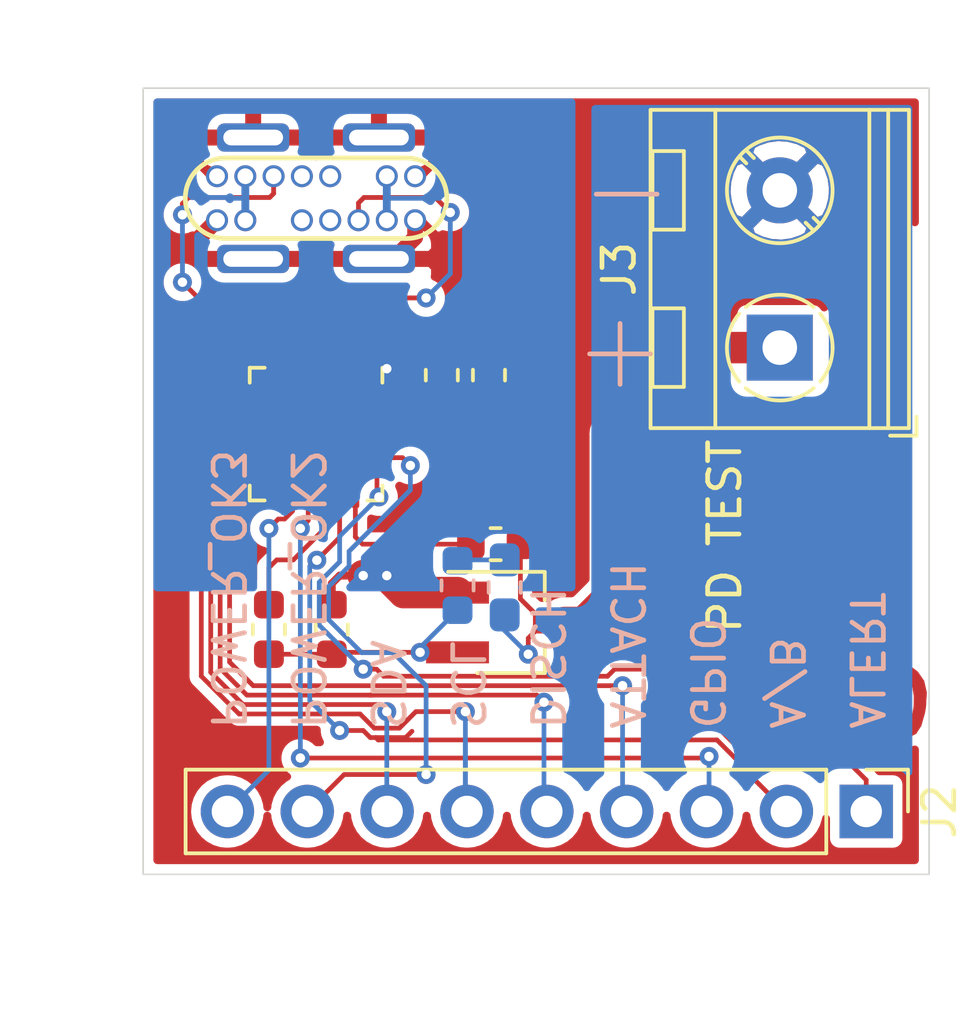
<source format=kicad_pcb>
(kicad_pcb (version 20171130) (host pcbnew "(5.1.0-rc1-16-gc0a86d734)")

  (general
    (thickness 1.6)
    (drawings 16)
    (tracks 224)
    (zones 0)
    (modules 13)
    (nets 26)
  )

  (page A4)
  (layers
    (0 F.Cu signal)
    (31 B.Cu signal)
    (32 B.Adhes user)
    (33 F.Adhes user)
    (34 B.Paste user)
    (35 F.Paste user)
    (36 B.SilkS user)
    (37 F.SilkS user)
    (38 B.Mask user)
    (39 F.Mask user)
    (40 Dwgs.User user)
    (41 Cmts.User user)
    (42 Eco1.User user)
    (43 Eco2.User user)
    (44 Edge.Cuts user)
    (45 Margin user)
    (46 B.CrtYd user)
    (47 F.CrtYd user)
    (48 B.Fab user)
    (49 F.Fab user)
  )

  (setup
    (last_trace_width 0.15)
    (user_trace_width 0.1524)
    (user_trace_width 0.25)
    (user_trace_width 0.5)
    (user_trace_width 1)
    (trace_clearance 0.15)
    (zone_clearance 0.3)
    (zone_45_only no)
    (trace_min 0.15)
    (via_size 0.6)
    (via_drill 0.3)
    (via_min_size 0.6)
    (via_min_drill 0.3)
    (blind_buried_vias_allowed yes)
    (uvia_size 0.3)
    (uvia_drill 0.1)
    (uvias_allowed no)
    (uvia_min_size 0.2)
    (uvia_min_drill 0.1)
    (edge_width 0.05)
    (segment_width 0.2)
    (pcb_text_width 0.3)
    (pcb_text_size 1.5 1.5)
    (mod_edge_width 0.12)
    (mod_text_size 1 1)
    (mod_text_width 0.15)
    (pad_size 1.524 1.524)
    (pad_drill 0.762)
    (pad_to_mask_clearance 0.051)
    (solder_mask_min_width 0.25)
    (aux_axis_origin 0 0)
    (grid_origin 95.25 53.17)
    (visible_elements FFFFFF7F)
    (pcbplotparams
      (layerselection 0x010fc_ffffffff)
      (usegerberextensions false)
      (usegerberattributes false)
      (usegerberadvancedattributes false)
      (creategerberjobfile false)
      (excludeedgelayer true)
      (linewidth 0.100000)
      (plotframeref false)
      (viasonmask false)
      (mode 1)
      (useauxorigin false)
      (hpglpennumber 1)
      (hpglpenspeed 20)
      (hpglpendiameter 15.000000)
      (psnegative false)
      (psa4output false)
      (plotreference true)
      (plotvalue true)
      (plotinvisibletext false)
      (padsonsilk false)
      (subtractmaskfromsilk false)
      (outputformat 1)
      (mirror false)
      (drillshape 0)
      (scaleselection 1)
      (outputdirectory "gerber/"))
  )

  (net 0 "")
  (net 1 VCC)
  (net 2 "Net-(J1-PadA5)")
  (net 3 "Net-(J1-PadB7)")
  (net 4 "Net-(J1-PadA6)")
  (net 5 "Net-(J1-PadB6)")
  (net 6 "Net-(J1-PadA7)")
  (net 7 "Net-(J1-PadB5)")
  (net 8 GND)
  (net 9 "Net-(C1-Pad2)")
  (net 10 "Net-(C2-Pad2)")
  (net 11 "Net-(C3-Pad2)")
  (net 12 "Net-(C3-Pad1)")
  (net 13 "Net-(J2-Pad9)")
  (net 14 "Net-(J2-Pad8)")
  (net 15 "Net-(J2-Pad7)")
  (net 16 "Net-(J2-Pad6)")
  (net 17 "Net-(J2-Pad5)")
  (net 18 "Net-(J2-Pad4)")
  (net 19 "Net-(J2-Pad3)")
  (net 20 "Net-(J2-Pad2)")
  (net 21 "Net-(J2-Pad1)")
  (net 22 "Net-(Q1-Pad2)")
  (net 23 "Net-(R1-Pad2)")
  (net 24 "Net-(R2-Pad2)")
  (net 25 "Net-(U1-Pad22)")

  (net_class Default "This is the default net class."
    (clearance 0.15)
    (trace_width 0.15)
    (via_dia 0.6)
    (via_drill 0.3)
    (uvia_dia 0.3)
    (uvia_drill 0.1)
    (add_net GND)
    (add_net "Net-(C1-Pad2)")
    (add_net "Net-(C2-Pad2)")
    (add_net "Net-(C3-Pad1)")
    (add_net "Net-(C3-Pad2)")
    (add_net "Net-(J1-PadA5)")
    (add_net "Net-(J1-PadA6)")
    (add_net "Net-(J1-PadA7)")
    (add_net "Net-(J1-PadB5)")
    (add_net "Net-(J1-PadB6)")
    (add_net "Net-(J1-PadB7)")
    (add_net "Net-(J2-Pad1)")
    (add_net "Net-(J2-Pad2)")
    (add_net "Net-(J2-Pad3)")
    (add_net "Net-(J2-Pad4)")
    (add_net "Net-(J2-Pad5)")
    (add_net "Net-(J2-Pad6)")
    (add_net "Net-(J2-Pad7)")
    (add_net "Net-(J2-Pad8)")
    (add_net "Net-(J2-Pad9)")
    (add_net "Net-(Q1-Pad2)")
    (add_net "Net-(R1-Pad2)")
    (add_net "Net-(R2-Pad2)")
    (add_net "Net-(U1-Pad22)")
    (add_net VCC)
  )

  (module usb30pd:logo_copper (layer F.Cu) (tedit 5D3DE307) (tstamp 5D435C6B)
    (at 97.5 61.25 90)
    (fp_text reference G*** (at 0 -6 90) (layer F.SilkS) hide
      (effects (font (size 1.524 1.524) (thickness 0.3)))
    )
    (fp_text value LOGO (at 0 -6 90) (layer F.SilkS) hide
      (effects (font (size 1.524 1.524) (thickness 0.3)))
    )
    (fp_poly (pts (xy 1.219733 -0.759661) (xy 1.357552 -0.708631) (xy 1.369298 -0.69567) (xy 1.489154 -0.623624)
      (xy 1.57976 -0.611004) (xy 1.742132 -0.527789) (xy 1.894081 -0.283734) (xy 2.031252 0.112777)
      (xy 2.09722 0.385346) (xy 2.174796 0.711745) (xy 2.256466 0.914345) (xy 2.375459 1.036157)
      (xy 2.565002 1.120191) (xy 2.696881 1.161562) (xy 2.92871 1.220718) (xy 3.059292 1.215233)
      (xy 3.145316 1.141539) (xy 3.151721 1.132932) (xy 3.290437 1.007926) (xy 3.392362 1.042136)
      (xy 3.441479 1.226725) (xy 3.443631 1.293996) (xy 3.434074 1.45165) (xy 3.386151 1.547158)
      (xy 3.270981 1.586817) (xy 3.059687 1.57692) (xy 2.723387 1.523762) (xy 2.541285 1.49067)
      (xy 2.218652 1.440809) (xy 2.021005 1.437785) (xy 1.910604 1.481599) (xy 1.900757 1.49067)
      (xy 1.755936 1.547358) (xy 1.495288 1.578356) (xy 1.170252 1.584349) (xy 0.832266 1.566021)
      (xy 0.53277 1.524058) (xy 0.346117 1.469983) (xy 0.042936 1.269468) (xy -0.178476 0.99069)
      (xy -0.279336 0.685271) (xy -0.281702 0.634403) (xy -0.266321 0.572638) (xy 0.056964 0.572638)
      (xy 0.104715 0.675989) (xy 0.22155 0.845065) (xy 0.240283 0.869213) (xy 0.50751 1.109898)
      (xy 0.839214 1.268587) (xy 1.185029 1.33242) (xy 1.494591 1.288536) (xy 1.620717 1.221686)
      (xy 1.698529 1.155115) (xy 1.732966 1.073383) (xy 1.723896 0.935286) (xy 1.671189 0.699622)
      (xy 1.618398 0.493611) (xy 1.463742 0.043701) (xy 1.273092 -0.265738) (xy 1.054649 -0.423312)
      (xy 0.944916 -0.44167) (xy 0.849579 -0.380848) (xy 0.686923 -0.225002) (xy 0.491909 -0.014066)
      (xy 0.299495 0.212027) (xy 0.144639 0.413342) (xy 0.0623 0.549948) (xy 0.056964 0.572638)
      (xy -0.266321 0.572638) (xy -0.211749 0.353501) (xy 0 0) (xy 0.356379 -0.430667)
      (xy 0.42526 -0.50517) (xy 0.644477 -0.695967) (xy 0.867251 -0.772829) (xy 0.99991 -0.780337)
      (xy 1.219733 -0.759661)) (layer F.Mask) (width 0.01))
    (fp_poly (pts (xy -0.703648 -2.049553) (xy -0.641291 -1.776681) (xy -0.636558 -1.721974) (xy -0.631378 -1.492685)
      (xy -0.685527 -1.365564) (xy -0.836463 -1.274865) (xy -0.909005 -1.243763) (xy -1.132948 -1.160524)
      (xy -1.312032 -1.13679) (xy -1.538403 -1.164216) (xy -1.619925 -1.179375) (xy -1.751035 -1.231237)
      (xy -1.795152 -1.353428) (xy -1.789259 -1.511895) (xy -1.752744 -1.698858) (xy -1.656028 -1.836263)
      (xy -1.458365 -1.972861) (xy -1.355701 -2.03065) (xy -1.044101 -2.169347) (xy -0.832334 -2.178045)
      (xy -0.703648 -2.049553)) (layer F.Mask) (width 0.01))
    (fp_poly (pts (xy -7.949238 -3.515883) (xy -7.870953 -3.399434) (xy -7.802776 -3.172376) (xy -7.7632 -2.989726)
      (xy -7.693914 -2.698058) (xy -7.591635 -2.328851) (xy -7.467215 -1.914968) (xy -7.331504 -1.489271)
      (xy -7.195355 -1.084622) (xy -7.069618 -0.733883) (xy -6.965145 -0.469915) (xy -6.892787 -0.325581)
      (xy -6.87837 -0.310139) (xy -6.826846 -0.294385) (xy -6.784828 -0.343573) (xy -6.738854 -0.489719)
      (xy -6.675465 -0.764835) (xy -6.66287 -0.82267) (xy -6.586797 -1.058886) (xy -6.474287 -1.168408)
      (xy -6.398869 -1.188392) (xy -6.252948 -1.174598) (xy -6.208942 -1.045923) (xy -6.208369 -1.014826)
      (xy -6.23941 -0.82446) (xy -6.287701 -0.73377) (xy -6.324766 -0.620908) (xy -6.364256 -0.376854)
      (xy -6.401025 -0.039582) (xy -6.425906 0.285805) (xy -6.449255 0.699795) (xy -6.455739 0.975494)
      (xy -6.442787 1.143341) (xy -6.407825 1.233774) (xy -6.348281 1.277231) (xy -6.341894 1.279777)
      (xy -6.223976 1.273972) (xy -6.119701 1.136434) (xy -6.076689 1.041854) (xy -5.995552 0.819104)
      (xy -5.955323 0.652665) (xy -5.954369 0.636316) (xy -5.899106 0.475332) (xy -5.869671 0.438831)
      (xy -5.816655 0.319056) (xy -5.753306 0.079042) (xy -5.691797 -0.233621) (xy -5.68125 -0.297769)
      (xy -5.62045 -0.635837) (xy -5.562721 -0.836323) (xy -5.495922 -0.930298) (xy -5.426532 -0.94967)
      (xy -5.357136 -0.933828) (xy -5.314144 -0.865924) (xy -5.292581 -0.715394) (xy -5.287472 -0.451673)
      (xy -5.292179 -0.12417) (xy -5.287698 0.337728) (xy -5.257447 0.730885) (xy -5.205264 1.007545)
      (xy -5.199824 1.024502) (xy -5.134663 1.277613) (xy -5.165634 1.399781) (xy -5.304681 1.406985)
      (xy -5.450963 1.360512) (xy -5.631529 1.30923) (xy -5.737684 1.35794) (xy -5.830906 1.512503)
      (xy -5.968582 1.695898) (xy -6.162819 1.757719) (xy -6.226253 1.759663) (xy -6.498142 1.698794)
      (xy -6.678979 1.585686) (xy -6.864169 1.411708) (xy -7.083715 1.786335) (xy -7.332981 2.119851)
      (xy -7.628156 2.323053) (xy -7.997013 2.405836) (xy -8.467329 2.378096) (xy -8.653521 2.345593)
      (xy -9.055281 2.230667) (xy -9.305224 2.068384) (xy -9.416792 1.848315) (xy -9.425702 1.746538)
      (xy -9.379634 1.486818) (xy -9.262684 1.227538) (xy -9.106735 1.02031) (xy -8.943668 0.916746)
      (xy -8.910797 0.912996) (xy -8.776788 0.964131) (xy -8.767842 1.120279) (xy -8.884026 1.385556)
      (xy -8.91921 1.446871) (xy -9.022668 1.640436) (xy -9.036804 1.751623) (xy -8.967006 1.838424)
      (xy -8.956411 1.847338) (xy -8.749262 1.940594) (xy -8.446658 1.992077) (xy -8.118002 1.998679)
      (xy -7.8327 1.957294) (xy -7.703703 1.903404) (xy -7.450383 1.637185) (xy -7.290066 1.235304)
      (xy -7.225599 0.705434) (xy -7.224369 0.610728) (xy -7.237668 0.318524) (xy -7.283326 0.009103)
      (xy -7.369983 -0.356968) (xy -7.506279 -0.81912) (xy -7.605369 -1.128049) (xy -7.741626 -1.553931)
      (xy -7.856331 -1.929547) (xy -7.939901 -2.222181) (xy -7.982753 -2.399115) (xy -7.986369 -2.428734)
      (xy -8.025683 -2.553333) (xy -8.156915 -2.606209) (xy -8.399999 -2.588543) (xy -8.77487 -2.501516)
      (xy -8.852627 -2.480052) (xy -9.207381 -2.381626) (xy -9.42851 -2.328643) (xy -9.545583 -2.321369)
      (xy -9.588171 -2.360073) (xy -9.585844 -2.44502) (xy -9.579758 -2.486625) (xy -9.530453 -2.598119)
      (xy -9.397501 -2.68865) (xy -9.146042 -2.778369) (xy -9.006592 -2.817964) (xy -8.610376 -2.955354)
      (xy -8.365084 -3.116374) (xy -8.252558 -3.315458) (xy -8.240369 -3.427075) (xy -8.192324 -3.547509)
      (xy -8.05689 -3.559059) (xy -7.949238 -3.515883)) (layer F.Mask) (width 0.01))
    (fp_poly (pts (xy 3.72216 -0.684573) (xy 3.89202 -0.598336) (xy 4.029231 -0.462837) (xy 4.210886 -0.224584)
      (xy 4.332895 -0.101374) (xy 4.439855 -0.074809) (xy 4.576364 -0.126486) (xy 4.693537 -0.188753)
      (xy 4.97943 -0.299971) (xy 5.275869 -0.355554) (xy 5.319471 -0.357004) (xy 5.631486 -0.357004)
      (xy 5.685389 0.214496) (xy 5.7479 0.709564) (xy 5.832511 1.055821) (xy 5.947856 1.273252)
      (xy 6.10257 1.381845) (xy 6.198287 1.401655) (xy 6.440599 1.363621) (xy 6.745413 1.235865)
      (xy 7.058041 1.050897) (xy 7.323796 0.841227) (xy 7.487991 0.639364) (xy 7.491084 0.633134)
      (xy 7.62262 0.44971) (xy 7.746563 0.411616) (xy 7.829743 0.517051) (xy 7.846298 0.652399)
      (xy 7.769635 0.888266) (xy 7.559517 1.142832) (xy 7.245749 1.389852) (xy 6.858137 1.603083)
      (xy 6.685673 1.674319) (xy 6.274189 1.804018) (xy 5.980555 1.837061) (xy 5.784615 1.774917)
      (xy 5.746564 1.74273) (xy 5.656121 1.571837) (xy 5.644964 1.493726) (xy 5.601839 1.338758)
      (xy 5.560298 1.293996) (xy 5.505346 1.183582) (xy 5.470258 0.970648) (xy 5.465614 0.886833)
      (xy 5.427027 0.432408) (xy 5.342053 0.137246) (xy 5.211671 0.002578) (xy 5.03686 0.029631)
      (xy 4.880721 0.153239) (xy 4.77921 0.277028) (xy 4.73454 0.419318) (xy 4.736468 0.63653)
      (xy 4.756829 0.835778) (xy 4.784387 1.114511) (xy 4.778801 1.264788) (xy 4.731624 1.325673)
      (xy 4.648622 1.33633) (xy 4.533619 1.291711) (xy 4.425646 1.138724) (xy 4.304513 0.848674)
      (xy 4.30346 0.84579) (xy 4.145362 0.485604) (xy 3.940592 0.111244) (xy 3.826449 -0.064106)
      (xy 3.667451 -0.304197) (xy 3.559288 -0.499015) (xy 3.528298 -0.589566) (xy 3.584815 -0.685724)
      (xy 3.72216 -0.684573)) (layer F.Mask) (width 0.01))
    (fp_poly (pts (xy -2.723339 -2.936089) (xy -2.541214 -2.787255) (xy -2.437475 -2.517031) (xy -2.400797 -2.107282)
      (xy -2.400389 -2.02917) (xy -2.414449 -1.665105) (xy -2.449188 -1.316901) (xy -2.493327 -1.07667)
      (xy -2.644538 -0.488224) (xy -2.742533 -0.042509) (xy -2.789861 0.277632) (xy -2.789069 0.489355)
      (xy -2.743647 0.608697) (xy -2.549151 0.726747) (xy -2.314701 0.717682) (xy -2.120059 0.594245)
      (xy -2.005347 0.391491) (xy -1.904273 0.080809) (xy -1.83303 -0.276413) (xy -1.807772 -0.589837)
      (xy -1.781882 -0.78784) (xy -1.692893 -0.861278) (xy -1.648467 -0.865004) (xy -1.567538 -0.843876)
      (xy -1.514196 -0.758374) (xy -1.478365 -0.575318) (xy -1.449971 -0.261528) (xy -1.445394 -0.19624)
      (xy -1.363375 0.403039) (xy -1.196451 0.923535) (xy -1.170496 0.982939) (xy -1.061396 1.256555)
      (xy -0.999578 1.474083) (xy -0.997566 1.584175) (xy -1.117611 1.673613) (xy -1.25685 1.605077)
      (xy -1.401186 1.386624) (xy -1.422454 1.341316) (xy -1.538503 1.125927) (xy -1.648652 0.98681)
      (xy -1.678772 0.967019) (xy -1.815515 0.970149) (xy -2.04394 1.023856) (xy -2.178592 1.067865)
      (xy -2.424061 1.148294) (xy -2.583718 1.164887) (xy -2.728909 1.116862) (xy -2.831789 1.060707)
      (xy -3.091015 0.912084) (xy -3.476279 1.251207) (xy -3.742997 1.455567) (xy -3.96606 1.570028)
      (xy -4.119255 1.585549) (xy -4.176369 1.493087) (xy -4.176369 1.492677) (xy -4.121653 1.387529)
      (xy -3.977232 1.200138) (xy -3.772691 0.968439) (xy -3.741885 0.935621) (xy -3.568666 0.751773)
      (xy -3.448001 0.603462) (xy -3.375403 0.457979) (xy -3.346385 0.282616) (xy -3.356463 0.044665)
      (xy -3.401148 -0.288581) (xy -3.475956 -0.749831) (xy -3.494906 -0.865004) (xy -3.570312 -1.575822)
      (xy -3.568851 -1.608447) (xy -3.264066 -1.608447) (xy -3.234192 -1.182184) (xy -3.16953 -0.893041)
      (xy -3.080809 -0.746893) (xy -2.978756 -0.749615) (xy -2.874099 -0.907082) (xy -2.777566 -1.225167)
      (xy -2.756007 -1.330224) (xy -2.679524 -1.801779) (xy -2.657928 -2.135473) (xy -2.691178 -2.353622)
      (xy -2.753969 -2.456737) (xy -2.927566 -2.559721) (xy -3.07331 -2.507934) (xy -3.183143 -2.314779)
      (xy -3.249006 -1.993657) (xy -3.264066 -1.608447) (xy -3.568851 -1.608447) (xy -3.543966 -2.163985)
      (xy -3.416649 -2.621837) (xy -3.297786 -2.847464) (xy -3.180316 -2.953384) (xy -3.015135 -2.981521)
      (xy -2.995175 -2.981671) (xy -2.723339 -2.936089)) (layer F.Mask) (width 0.01))
    (fp_poly (pts (xy -0.675946 -2.031216) (xy -0.613589 -1.758344) (xy -0.608856 -1.703637) (xy -0.603676 -1.474348)
      (xy -0.657825 -1.347227) (xy -0.808761 -1.256528) (xy -0.881303 -1.225426) (xy -1.105246 -1.142187)
      (xy -1.28433 -1.118453) (xy -1.510701 -1.145879) (xy -1.592223 -1.161038) (xy -1.723333 -1.2129)
      (xy -1.76745 -1.335091) (xy -1.761557 -1.493558) (xy -1.725042 -1.680521) (xy -1.628326 -1.817926)
      (xy -1.430663 -1.954524) (xy -1.327999 -2.012313) (xy -1.016399 -2.15101) (xy -0.804632 -2.159708)
      (xy -0.675946 -2.031216)) (layer F.Cu) (width 0.01))
    (fp_poly (pts (xy 1.247435 -0.741324) (xy 1.385254 -0.690294) (xy 1.397 -0.677333) (xy 1.516856 -0.605287)
      (xy 1.607462 -0.592667) (xy 1.769834 -0.509452) (xy 1.921783 -0.265397) (xy 2.058954 0.131114)
      (xy 2.124922 0.403683) (xy 2.202498 0.730082) (xy 2.284168 0.932682) (xy 2.403161 1.054494)
      (xy 2.592704 1.138528) (xy 2.724583 1.179899) (xy 2.956412 1.239055) (xy 3.086994 1.23357)
      (xy 3.173018 1.159876) (xy 3.179423 1.151269) (xy 3.318139 1.026263) (xy 3.420064 1.060473)
      (xy 3.469181 1.245062) (xy 3.471333 1.312333) (xy 3.461776 1.469987) (xy 3.413853 1.565495)
      (xy 3.298683 1.605154) (xy 3.087389 1.595257) (xy 2.751089 1.542099) (xy 2.568987 1.509007)
      (xy 2.246354 1.459146) (xy 2.048707 1.456122) (xy 1.938306 1.499936) (xy 1.928459 1.509007)
      (xy 1.783638 1.565695) (xy 1.52299 1.596693) (xy 1.197954 1.602686) (xy 0.859968 1.584358)
      (xy 0.560472 1.542395) (xy 0.373819 1.48832) (xy 0.070638 1.287805) (xy -0.150774 1.009027)
      (xy -0.251634 0.703608) (xy -0.254 0.65274) (xy -0.238619 0.590975) (xy 0.084666 0.590975)
      (xy 0.132417 0.694326) (xy 0.249252 0.863402) (xy 0.267985 0.88755) (xy 0.535212 1.128235)
      (xy 0.866916 1.286924) (xy 1.212731 1.350757) (xy 1.522293 1.306873) (xy 1.648419 1.240023)
      (xy 1.726231 1.173452) (xy 1.760668 1.09172) (xy 1.751598 0.953623) (xy 1.698891 0.717959)
      (xy 1.6461 0.511948) (xy 1.491444 0.062038) (xy 1.300794 -0.247401) (xy 1.082351 -0.404975)
      (xy 0.972618 -0.423333) (xy 0.877281 -0.362511) (xy 0.714625 -0.206665) (xy 0.519611 0.004271)
      (xy 0.327197 0.230364) (xy 0.172341 0.431679) (xy 0.090002 0.568285) (xy 0.084666 0.590975)
      (xy -0.238619 0.590975) (xy -0.184047 0.371838) (xy 0.027702 0.018337) (xy 0.384081 -0.41233)
      (xy 0.452962 -0.486833) (xy 0.672179 -0.67763) (xy 0.894953 -0.754492) (xy 1.027612 -0.762)
      (xy 1.247435 -0.741324)) (layer F.Cu) (width 0.01))
    (fp_poly (pts (xy -2.695637 -2.917752) (xy -2.513512 -2.768918) (xy -2.409773 -2.498694) (xy -2.373095 -2.088945)
      (xy -2.372687 -2.010833) (xy -2.386747 -1.646768) (xy -2.421486 -1.298564) (xy -2.465625 -1.058333)
      (xy -2.616836 -0.469887) (xy -2.714831 -0.024172) (xy -2.762159 0.295969) (xy -2.761367 0.507692)
      (xy -2.715945 0.627034) (xy -2.521449 0.745084) (xy -2.286999 0.736019) (xy -2.092357 0.612582)
      (xy -1.977645 0.409828) (xy -1.876571 0.099146) (xy -1.805328 -0.258076) (xy -1.78007 -0.5715)
      (xy -1.75418 -0.769503) (xy -1.665191 -0.842941) (xy -1.620765 -0.846667) (xy -1.539836 -0.825539)
      (xy -1.486494 -0.740037) (xy -1.450663 -0.556981) (xy -1.422269 -0.243191) (xy -1.417692 -0.177903)
      (xy -1.335673 0.421376) (xy -1.168749 0.941872) (xy -1.142794 1.001276) (xy -1.033694 1.274892)
      (xy -0.971876 1.49242) (xy -0.969864 1.602512) (xy -1.089909 1.69195) (xy -1.229148 1.623414)
      (xy -1.373484 1.404961) (xy -1.394752 1.359653) (xy -1.510801 1.144264) (xy -1.62095 1.005147)
      (xy -1.65107 0.985356) (xy -1.787813 0.988486) (xy -2.016238 1.042193) (xy -2.15089 1.086202)
      (xy -2.396359 1.166631) (xy -2.556016 1.183224) (xy -2.701207 1.135199) (xy -2.804087 1.079044)
      (xy -3.063313 0.930421) (xy -3.448577 1.269544) (xy -3.715295 1.473904) (xy -3.938358 1.588365)
      (xy -4.091553 1.603886) (xy -4.148667 1.511424) (xy -4.148667 1.511014) (xy -4.093951 1.405866)
      (xy -3.94953 1.218475) (xy -3.744989 0.986776) (xy -3.714183 0.953958) (xy -3.540964 0.77011)
      (xy -3.420299 0.621799) (xy -3.347701 0.476316) (xy -3.318683 0.300953) (xy -3.328761 0.063002)
      (xy -3.373446 -0.270244) (xy -3.448254 -0.731494) (xy -3.467204 -0.846667) (xy -3.54261 -1.557485)
      (xy -3.541149 -1.59011) (xy -3.236364 -1.59011) (xy -3.20649 -1.163847) (xy -3.141828 -0.874704)
      (xy -3.053107 -0.728556) (xy -2.951054 -0.731278) (xy -2.846397 -0.888745) (xy -2.749864 -1.20683)
      (xy -2.728305 -1.311887) (xy -2.651822 -1.783442) (xy -2.630226 -2.117136) (xy -2.663476 -2.335285)
      (xy -2.726267 -2.4384) (xy -2.899864 -2.541384) (xy -3.045608 -2.489597) (xy -3.155441 -2.296442)
      (xy -3.221304 -1.97532) (xy -3.236364 -1.59011) (xy -3.541149 -1.59011) (xy -3.516264 -2.145648)
      (xy -3.388947 -2.6035) (xy -3.270084 -2.829127) (xy -3.152614 -2.935047) (xy -2.987433 -2.963184)
      (xy -2.967473 -2.963334) (xy -2.695637 -2.917752)) (layer F.Cu) (width 0.01))
    (fp_poly (pts (xy 3.749862 -0.666236) (xy 3.919722 -0.579999) (xy 4.056933 -0.4445) (xy 4.238588 -0.206247)
      (xy 4.360597 -0.083037) (xy 4.467557 -0.056472) (xy 4.604066 -0.108149) (xy 4.721239 -0.170416)
      (xy 5.007132 -0.281634) (xy 5.303571 -0.337217) (xy 5.347173 -0.338667) (xy 5.659188 -0.338667)
      (xy 5.713091 0.232833) (xy 5.775602 0.727901) (xy 5.860213 1.074158) (xy 5.975558 1.291589)
      (xy 6.130272 1.400182) (xy 6.225989 1.419992) (xy 6.468301 1.381958) (xy 6.773115 1.254202)
      (xy 7.085743 1.069234) (xy 7.351498 0.859564) (xy 7.515693 0.657701) (xy 7.518786 0.651471)
      (xy 7.650322 0.468047) (xy 7.774265 0.429953) (xy 7.857445 0.535388) (xy 7.874 0.670736)
      (xy 7.797337 0.906603) (xy 7.587219 1.161169) (xy 7.273451 1.408189) (xy 6.885839 1.62142)
      (xy 6.713375 1.692656) (xy 6.301891 1.822355) (xy 6.008257 1.855398) (xy 5.812317 1.793254)
      (xy 5.774266 1.761067) (xy 5.683823 1.590174) (xy 5.672666 1.512063) (xy 5.629541 1.357095)
      (xy 5.588 1.312333) (xy 5.533048 1.201919) (xy 5.49796 0.988985) (xy 5.493316 0.90517)
      (xy 5.454729 0.450745) (xy 5.369755 0.155583) (xy 5.239373 0.020915) (xy 5.064562 0.047968)
      (xy 4.908423 0.171576) (xy 4.806912 0.295365) (xy 4.762242 0.437655) (xy 4.76417 0.654867)
      (xy 4.784531 0.854115) (xy 4.812089 1.132848) (xy 4.806503 1.283125) (xy 4.759326 1.34401)
      (xy 4.676324 1.354667) (xy 4.561321 1.310048) (xy 4.453348 1.157061) (xy 4.332215 0.867011)
      (xy 4.331162 0.864127) (xy 4.173064 0.503941) (xy 3.968294 0.129581) (xy 3.854151 -0.045769)
      (xy 3.695153 -0.28586) (xy 3.58699 -0.480678) (xy 3.556 -0.571229) (xy 3.612517 -0.667387)
      (xy 3.749862 -0.666236)) (layer F.Cu) (width 0.01))
    (fp_poly (pts (xy -7.921536 -3.497546) (xy -7.843251 -3.381097) (xy -7.775074 -3.154039) (xy -7.735498 -2.971389)
      (xy -7.666212 -2.679721) (xy -7.563933 -2.310514) (xy -7.439513 -1.896631) (xy -7.303802 -1.470934)
      (xy -7.167653 -1.066285) (xy -7.041916 -0.715546) (xy -6.937443 -0.451578) (xy -6.865085 -0.307244)
      (xy -6.850668 -0.291802) (xy -6.799144 -0.276048) (xy -6.757126 -0.325236) (xy -6.711152 -0.471382)
      (xy -6.647763 -0.746498) (xy -6.635168 -0.804333) (xy -6.559095 -1.040549) (xy -6.446585 -1.150071)
      (xy -6.371167 -1.170055) (xy -6.225246 -1.156261) (xy -6.18124 -1.027586) (xy -6.180667 -0.996489)
      (xy -6.211708 -0.806123) (xy -6.259999 -0.715433) (xy -6.297064 -0.602571) (xy -6.336554 -0.358517)
      (xy -6.373323 -0.021245) (xy -6.398204 0.304142) (xy -6.421553 0.718132) (xy -6.428037 0.993831)
      (xy -6.415085 1.161678) (xy -6.380123 1.252111) (xy -6.320579 1.295568) (xy -6.314192 1.298114)
      (xy -6.196274 1.292309) (xy -6.091999 1.154771) (xy -6.048987 1.060191) (xy -5.96785 0.837441)
      (xy -5.927621 0.671002) (xy -5.926667 0.654653) (xy -5.871404 0.493669) (xy -5.841969 0.457168)
      (xy -5.788953 0.337393) (xy -5.725604 0.097379) (xy -5.664095 -0.215284) (xy -5.653548 -0.279432)
      (xy -5.592748 -0.6175) (xy -5.535019 -0.817986) (xy -5.46822 -0.911961) (xy -5.39883 -0.931333)
      (xy -5.329434 -0.915491) (xy -5.286442 -0.847587) (xy -5.264879 -0.697057) (xy -5.25977 -0.433336)
      (xy -5.264477 -0.105833) (xy -5.259996 0.356065) (xy -5.229745 0.749222) (xy -5.177562 1.025882)
      (xy -5.172122 1.042839) (xy -5.106961 1.29595) (xy -5.137932 1.418118) (xy -5.276979 1.425322)
      (xy -5.423261 1.378849) (xy -5.603827 1.327567) (xy -5.709982 1.376277) (xy -5.803204 1.53084)
      (xy -5.94088 1.714235) (xy -6.135117 1.776056) (xy -6.198551 1.778) (xy -6.47044 1.717131)
      (xy -6.651277 1.604023) (xy -6.836467 1.430045) (xy -7.056013 1.804672) (xy -7.305279 2.138188)
      (xy -7.600454 2.34139) (xy -7.969311 2.424173) (xy -8.439627 2.396433) (xy -8.625819 2.36393)
      (xy -9.027579 2.249004) (xy -9.277522 2.086721) (xy -9.38909 1.866652) (xy -9.398 1.764875)
      (xy -9.351932 1.505155) (xy -9.234982 1.245875) (xy -9.079033 1.038647) (xy -8.915966 0.935083)
      (xy -8.883095 0.931333) (xy -8.749086 0.982468) (xy -8.74014 1.138616) (xy -8.856324 1.403893)
      (xy -8.891508 1.465208) (xy -8.994966 1.658773) (xy -9.009102 1.76996) (xy -8.939304 1.856761)
      (xy -8.928709 1.865675) (xy -8.72156 1.958931) (xy -8.418956 2.010414) (xy -8.0903 2.017016)
      (xy -7.804998 1.975631) (xy -7.676001 1.921741) (xy -7.422681 1.655522) (xy -7.262364 1.253641)
      (xy -7.197897 0.723771) (xy -7.196667 0.629065) (xy -7.209966 0.336861) (xy -7.255624 0.02744)
      (xy -7.342281 -0.338631) (xy -7.478577 -0.800783) (xy -7.577667 -1.109712) (xy -7.713924 -1.535594)
      (xy -7.828629 -1.91121) (xy -7.912199 -2.203844) (xy -7.955051 -2.380778) (xy -7.958667 -2.410397)
      (xy -7.997981 -2.534996) (xy -8.129213 -2.587872) (xy -8.372297 -2.570206) (xy -8.747168 -2.483179)
      (xy -8.824925 -2.461715) (xy -9.179679 -2.363289) (xy -9.400808 -2.310306) (xy -9.517881 -2.303032)
      (xy -9.560469 -2.341736) (xy -9.558142 -2.426683) (xy -9.552056 -2.468288) (xy -9.502751 -2.579782)
      (xy -9.369799 -2.670313) (xy -9.11834 -2.760032) (xy -8.97889 -2.799627) (xy -8.582674 -2.937017)
      (xy -8.337382 -3.098037) (xy -8.224856 -3.297121) (xy -8.212667 -3.408738) (xy -8.164622 -3.529172)
      (xy -8.029188 -3.540722) (xy -7.921536 -3.497546)) (layer F.Cu) (width 0.01))
  )

  (module TerminalBlock_RND:TerminalBlock_RND_205-00045_1x02_P5.00mm_Horizontal (layer F.Cu) (tedit 5B294EE1) (tstamp 5D4345CF)
    (at 95.25 58.25 90)
    (descr "terminal block RND 205-00045, 2 pins, pitch 5mm, size 10x8.1mm^2, drill diamater 1.1mm, pad diameter 2.1mm, see http://cdn-reichelt.de/documents/datenblatt/C151/RND_205-00045_DB_EN.pdf, script-generated using https://github.com/pointhi/kicad-footprint-generator/scripts/TerminalBlock_RND")
    (tags "THT terminal block RND 205-00045 pitch 5mm size 10x8.1mm^2 drill 1.1mm pad 2.1mm")
    (path /5D55F9E5)
    (fp_text reference J3 (at 2.5 -5.11 90) (layer F.SilkS)
      (effects (font (size 1 1) (thickness 0.15)))
    )
    (fp_text value Screw_Terminal_01x02 (at 2.5 5.11 90) (layer F.Fab)
      (effects (font (size 1 1) (thickness 0.15)))
    )
    (fp_text user %R (at 2.5 -5.11 90) (layer F.Fab)
      (effects (font (size 1 1) (thickness 0.15)))
    )
    (fp_line (start 8 -4.55) (end -3 -4.55) (layer F.CrtYd) (width 0.05))
    (fp_line (start 8 4.55) (end 8 -4.55) (layer F.CrtYd) (width 0.05))
    (fp_line (start -3 4.55) (end 8 4.55) (layer F.CrtYd) (width 0.05))
    (fp_line (start -3 -4.55) (end -3 4.55) (layer F.CrtYd) (width 0.05))
    (fp_line (start -2.8 4.35) (end -2.2 4.35) (layer F.SilkS) (width 0.12))
    (fp_line (start -2.8 3.51) (end -2.8 4.35) (layer F.SilkS) (width 0.12))
    (fp_line (start 6.25 -4.05) (end 6.25 -3.05) (layer F.SilkS) (width 0.12))
    (fp_line (start 3.75 -4.05) (end 3.75 -3.05) (layer F.SilkS) (width 0.12))
    (fp_line (start 3.75 -3.05) (end 6.25 -3.05) (layer F.SilkS) (width 0.12))
    (fp_line (start 3.75 -4.05) (end 6.25 -4.05) (layer F.SilkS) (width 0.12))
    (fp_line (start 6.25 -4.05) (end 3.75 -4.05) (layer F.Fab) (width 0.1))
    (fp_line (start 6.25 -3.05) (end 6.25 -4.05) (layer F.Fab) (width 0.1))
    (fp_line (start 3.75 -3.05) (end 6.25 -3.05) (layer F.Fab) (width 0.1))
    (fp_line (start 3.75 -4.05) (end 3.75 -3.05) (layer F.Fab) (width 0.1))
    (fp_line (start 3.972 0.823) (end 3.726 1.069) (layer F.SilkS) (width 0.12))
    (fp_line (start 6.07 -1.275) (end 5.859 -1.064) (layer F.SilkS) (width 0.12))
    (fp_line (start 4.13 1.075) (end 3.931 1.274) (layer F.SilkS) (width 0.12))
    (fp_line (start 6.275 -1.069) (end 6.029 -0.823) (layer F.SilkS) (width 0.12))
    (fp_line (start 5.955 -1.138) (end 3.863 0.955) (layer F.Fab) (width 0.1))
    (fp_line (start 6.138 -0.955) (end 4.046 1.138) (layer F.Fab) (width 0.1))
    (fp_line (start 1.25 -4.05) (end 1.25 -3.05) (layer F.SilkS) (width 0.12))
    (fp_line (start -1.25 -4.05) (end -1.25 -3.05) (layer F.SilkS) (width 0.12))
    (fp_line (start -1.25 -3.05) (end 1.25 -3.05) (layer F.SilkS) (width 0.12))
    (fp_line (start -1.25 -4.05) (end 1.25 -4.05) (layer F.SilkS) (width 0.12))
    (fp_line (start 1.25 -4.05) (end -1.25 -4.05) (layer F.Fab) (width 0.1))
    (fp_line (start 1.25 -3.05) (end 1.25 -4.05) (layer F.Fab) (width 0.1))
    (fp_line (start -1.25 -3.05) (end 1.25 -3.05) (layer F.Fab) (width 0.1))
    (fp_line (start -1.25 -4.05) (end -1.25 -3.05) (layer F.Fab) (width 0.1))
    (fp_line (start 0.955 -1.138) (end -1.138 0.955) (layer F.Fab) (width 0.1))
    (fp_line (start 1.138 -0.955) (end -0.955 1.138) (layer F.Fab) (width 0.1))
    (fp_line (start 7.56 -4.11) (end 7.56 4.11) (layer F.SilkS) (width 0.12))
    (fp_line (start -2.56 -4.11) (end -2.56 4.11) (layer F.SilkS) (width 0.12))
    (fp_line (start -2.56 4.11) (end 7.56 4.11) (layer F.SilkS) (width 0.12))
    (fp_line (start -2.56 -4.11) (end 7.56 -4.11) (layer F.SilkS) (width 0.12))
    (fp_line (start -2.56 -2.05) (end 7.56 -2.05) (layer F.SilkS) (width 0.12))
    (fp_line (start -2.5 -2.05) (end 7.5 -2.05) (layer F.Fab) (width 0.1))
    (fp_line (start -2.56 2.85) (end 7.56 2.85) (layer F.SilkS) (width 0.12))
    (fp_line (start -2.5 2.85) (end 7.5 2.85) (layer F.Fab) (width 0.1))
    (fp_line (start -2.56 3.45) (end 7.56 3.45) (layer F.SilkS) (width 0.12))
    (fp_line (start -2.5 3.45) (end 7.5 3.45) (layer F.Fab) (width 0.1))
    (fp_line (start -2.5 3.45) (end -2.5 -4.05) (layer F.Fab) (width 0.1))
    (fp_line (start -1.9 4.05) (end -2.5 3.45) (layer F.Fab) (width 0.1))
    (fp_line (start 7.5 4.05) (end -1.9 4.05) (layer F.Fab) (width 0.1))
    (fp_line (start 7.5 -4.05) (end 7.5 4.05) (layer F.Fab) (width 0.1))
    (fp_line (start -2.5 -4.05) (end 7.5 -4.05) (layer F.Fab) (width 0.1))
    (fp_circle (center 5 0) (end 6.68 0) (layer F.SilkS) (width 0.12))
    (fp_circle (center 5 0) (end 6.5 0) (layer F.Fab) (width 0.1))
    (fp_circle (center 0 0) (end 1.5 0) (layer F.Fab) (width 0.1))
    (fp_arc (start 0 0) (end -1.081 1.287) (angle -41) (layer F.SilkS) (width 0.12))
    (fp_arc (start 0 0) (end -1.287 -1.081) (angle -80) (layer F.SilkS) (width 0.12))
    (fp_arc (start 0 0) (end 1.08 -1.287) (angle -80) (layer F.SilkS) (width 0.12))
    (fp_arc (start 0 0) (end 1.287 1.08) (angle -80) (layer F.SilkS) (width 0.12))
    (fp_arc (start 0 0) (end 0 1.68) (angle -40) (layer F.SilkS) (width 0.12))
    (pad 2 thru_hole circle (at 5 0 90) (size 2.1 2.1) (drill 1.1) (layers *.Cu *.Mask)
      (net 8 GND))
    (pad 1 thru_hole rect (at 0 0 90) (size 2.1 2.1) (drill 1.1) (layers *.Cu *.Mask)
      (net 12 "Net-(C3-Pad1)"))
    (model ${KISYS3DMOD}/TerminalBlock_RND.3dshapes/TerminalBlock_RND_205-00045_1x02_P5.00mm_Horizontal.wrl
      (at (xyz 0 0 0))
      (scale (xyz 1 1 1))
      (rotate (xyz 0 0 0))
    )
  )

  (module Package_DFN_QFN:QFN-24-1EP_4x4mm_P0.5mm_EP2.6x2.6mm (layer F.Cu) (tedit 5C1FD453) (tstamp 5D426CD8)
    (at 80.5 61 270)
    (descr "QFN, 24 Pin (http://ww1.microchip.com/downloads/en/PackagingSpec/00000049BQ.pdf#page=278), generated with kicad-footprint-generator ipc_dfn_qfn_generator.py")
    (tags "QFN DFN_QFN")
    (path /5D424EC2)
    (attr smd)
    (fp_text reference U1 (at 0 -3.3 270) (layer F.SilkS) hide
      (effects (font (size 1 1) (thickness 0.15)))
    )
    (fp_text value STUSB4500 (at 0 3.3 270) (layer F.Fab)
      (effects (font (size 1 1) (thickness 0.15)))
    )
    (fp_text user %R (at 0 0 270) (layer F.Fab)
      (effects (font (size 1 1) (thickness 0.15)))
    )
    (fp_line (start 2.6 -2.6) (end -2.6 -2.6) (layer F.CrtYd) (width 0.05))
    (fp_line (start 2.6 2.6) (end 2.6 -2.6) (layer F.CrtYd) (width 0.05))
    (fp_line (start -2.6 2.6) (end 2.6 2.6) (layer F.CrtYd) (width 0.05))
    (fp_line (start -2.6 -2.6) (end -2.6 2.6) (layer F.CrtYd) (width 0.05))
    (fp_line (start -2 -1) (end -1 -2) (layer F.Fab) (width 0.1))
    (fp_line (start -2 2) (end -2 -1) (layer F.Fab) (width 0.1))
    (fp_line (start 2 2) (end -2 2) (layer F.Fab) (width 0.1))
    (fp_line (start 2 -2) (end 2 2) (layer F.Fab) (width 0.1))
    (fp_line (start -1 -2) (end 2 -2) (layer F.Fab) (width 0.1))
    (fp_line (start -1.635 -2.11) (end -2.11 -2.11) (layer F.SilkS) (width 0.12))
    (fp_line (start 2.11 2.11) (end 2.11 1.635) (layer F.SilkS) (width 0.12))
    (fp_line (start 1.635 2.11) (end 2.11 2.11) (layer F.SilkS) (width 0.12))
    (fp_line (start -2.11 2.11) (end -2.11 1.635) (layer F.SilkS) (width 0.12))
    (fp_line (start -1.635 2.11) (end -2.11 2.11) (layer F.SilkS) (width 0.12))
    (fp_line (start 2.11 -2.11) (end 2.11 -1.635) (layer F.SilkS) (width 0.12))
    (fp_line (start 1.635 -2.11) (end 2.11 -2.11) (layer F.SilkS) (width 0.12))
    (pad 24 smd roundrect (at -1.25 -1.9375 270) (size 0.25 0.825) (layers F.Cu F.Paste F.Mask) (roundrect_rratio 0.25)
      (net 1 VCC))
    (pad 23 smd roundrect (at -0.75 -1.9375 270) (size 0.25 0.825) (layers F.Cu F.Paste F.Mask) (roundrect_rratio 0.25)
      (net 10 "Net-(C2-Pad2)"))
    (pad 22 smd roundrect (at -0.25 -1.9375 270) (size 0.25 0.825) (layers F.Cu F.Paste F.Mask) (roundrect_rratio 0.25)
      (net 25 "Net-(U1-Pad22)"))
    (pad 21 smd roundrect (at 0.25 -1.9375 270) (size 0.25 0.825) (layers F.Cu F.Paste F.Mask) (roundrect_rratio 0.25)
      (net 9 "Net-(C1-Pad2)"))
    (pad 20 smd roundrect (at 0.75 -1.9375 270) (size 0.25 0.825) (layers F.Cu F.Paste F.Mask) (roundrect_rratio 0.25)
      (net 14 "Net-(J2-Pad8)"))
    (pad 19 smd roundrect (at 1.25 -1.9375 270) (size 0.25 0.825) (layers F.Cu F.Paste F.Mask) (roundrect_rratio 0.25)
      (net 21 "Net-(J2-Pad1)"))
    (pad 18 smd roundrect (at 1.9375 -1.25 270) (size 0.825 0.25) (layers F.Cu F.Paste F.Mask) (roundrect_rratio 0.25)
      (net 24 "Net-(R2-Pad2)"))
    (pad 17 smd roundrect (at 1.9375 -0.75 270) (size 0.825 0.25) (layers F.Cu F.Paste F.Mask) (roundrect_rratio 0.25)
      (net 20 "Net-(J2-Pad2)"))
    (pad 16 smd roundrect (at 1.9375 -0.25 270) (size 0.825 0.25) (layers F.Cu F.Paste F.Mask) (roundrect_rratio 0.25)
      (net 23 "Net-(R1-Pad2)"))
    (pad 15 smd roundrect (at 1.9375 0.25 270) (size 0.825 0.25) (layers F.Cu F.Paste F.Mask) (roundrect_rratio 0.25)
      (net 19 "Net-(J2-Pad3)"))
    (pad 14 smd roundrect (at 1.9375 0.75 270) (size 0.825 0.25) (layers F.Cu F.Paste F.Mask) (roundrect_rratio 0.25)
      (net 13 "Net-(J2-Pad9)"))
    (pad 13 smd roundrect (at 1.9375 1.25 270) (size 0.825 0.25) (layers F.Cu F.Paste F.Mask) (roundrect_rratio 0.25)
      (net 8 GND))
    (pad 12 smd roundrect (at 1.25 1.9375 270) (size 0.25 0.825) (layers F.Cu F.Paste F.Mask) (roundrect_rratio 0.25)
      (net 8 GND))
    (pad 11 smd roundrect (at 0.75 1.9375 270) (size 0.25 0.825) (layers F.Cu F.Paste F.Mask) (roundrect_rratio 0.25)
      (net 18 "Net-(J2-Pad4)"))
    (pad 10 smd roundrect (at 0.25 1.9375 270) (size 0.25 0.825) (layers F.Cu F.Paste F.Mask) (roundrect_rratio 0.25)
      (net 8 GND))
    (pad 9 smd roundrect (at -0.25 1.9375 270) (size 0.25 0.825) (layers F.Cu F.Paste F.Mask) (roundrect_rratio 0.25)
      (net 17 "Net-(J2-Pad5)"))
    (pad 8 smd roundrect (at -0.75 1.9375 270) (size 0.25 0.825) (layers F.Cu F.Paste F.Mask) (roundrect_rratio 0.25)
      (net 15 "Net-(J2-Pad7)"))
    (pad 7 smd roundrect (at -1.25 1.9375 270) (size 0.25 0.825) (layers F.Cu F.Paste F.Mask) (roundrect_rratio 0.25)
      (net 16 "Net-(J2-Pad6)"))
    (pad 6 smd roundrect (at -1.9375 1.25 270) (size 0.825 0.25) (layers F.Cu F.Paste F.Mask) (roundrect_rratio 0.25)
      (net 8 GND))
    (pad 5 smd roundrect (at -1.9375 0.75 270) (size 0.825 0.25) (layers F.Cu F.Paste F.Mask) (roundrect_rratio 0.25)
      (net 8 GND))
    (pad 4 smd roundrect (at -1.9375 0.25 270) (size 0.825 0.25) (layers F.Cu F.Paste F.Mask) (roundrect_rratio 0.25)
      (net 7 "Net-(J1-PadB5)"))
    (pad 3 smd roundrect (at -1.9375 -0.25 270) (size 0.825 0.25) (layers F.Cu F.Paste F.Mask) (roundrect_rratio 0.25))
    (pad 2 smd roundrect (at -1.9375 -0.75 270) (size 0.825 0.25) (layers F.Cu F.Paste F.Mask) (roundrect_rratio 0.25)
      (net 2 "Net-(J1-PadA5)"))
    (pad 1 smd roundrect (at -1.9375 -1.25 270) (size 0.825 0.25) (layers F.Cu F.Paste F.Mask) (roundrect_rratio 0.25)
      (net 8 GND))
    (pad "" smd roundrect (at 0.65 0.65 270) (size 1.05 1.05) (layers F.Paste) (roundrect_rratio 0.238095))
    (pad "" smd roundrect (at 0.65 -0.65 270) (size 1.05 1.05) (layers F.Paste) (roundrect_rratio 0.238095))
    (pad "" smd roundrect (at -0.65 0.65 270) (size 1.05 1.05) (layers F.Paste) (roundrect_rratio 0.238095))
    (pad "" smd roundrect (at -0.65 -0.65 270) (size 1.05 1.05) (layers F.Paste) (roundrect_rratio 0.238095))
    (pad 25 smd roundrect (at 0 0 270) (size 2.6 2.6) (layers F.Cu F.Mask) (roundrect_rratio 0.096154)
      (net 8 GND))
    (model ${KISYS3DMOD}/Package_DFN_QFN.3dshapes/QFN-24-1EP_4x4mm_P0.5mm_EP2.6x2.6mm.wrl
      (at (xyz 0 0 0))
      (scale (xyz 1 1 1))
      (rotate (xyz 0 0 0))
    )
  )

  (module Resistor_SMD:R_0603_1608Metric (layer B.Cu) (tedit 5B301BBD) (tstamp 5D426C96)
    (at 85 65.8125 90)
    (descr "Resistor SMD 0603 (1608 Metric), square (rectangular) end terminal, IPC_7351 nominal, (Body size source: http://www.tortai-tech.com/upload/download/2011102023233369053.pdf), generated with kicad-footprint-generator")
    (tags resistor)
    (path /5D4576B4)
    (attr smd)
    (fp_text reference R4 (at 0 1.43 90) (layer B.SilkS) hide
      (effects (font (size 1 1) (thickness 0.15)) (justify mirror))
    )
    (fp_text value 100 (at 0 -1.43 90) (layer B.Fab)
      (effects (font (size 1 1) (thickness 0.15)) (justify mirror))
    )
    (fp_text user %R (at 0 0 90) (layer B.Fab)
      (effects (font (size 0.4 0.4) (thickness 0.06)) (justify mirror))
    )
    (fp_line (start 1.48 -0.73) (end -1.48 -0.73) (layer B.CrtYd) (width 0.05))
    (fp_line (start 1.48 0.73) (end 1.48 -0.73) (layer B.CrtYd) (width 0.05))
    (fp_line (start -1.48 0.73) (end 1.48 0.73) (layer B.CrtYd) (width 0.05))
    (fp_line (start -1.48 -0.73) (end -1.48 0.73) (layer B.CrtYd) (width 0.05))
    (fp_line (start -0.162779 -0.51) (end 0.162779 -0.51) (layer B.SilkS) (width 0.12))
    (fp_line (start -0.162779 0.51) (end 0.162779 0.51) (layer B.SilkS) (width 0.12))
    (fp_line (start 0.8 -0.4) (end -0.8 -0.4) (layer B.Fab) (width 0.1))
    (fp_line (start 0.8 0.4) (end 0.8 -0.4) (layer B.Fab) (width 0.1))
    (fp_line (start -0.8 0.4) (end 0.8 0.4) (layer B.Fab) (width 0.1))
    (fp_line (start -0.8 -0.4) (end -0.8 0.4) (layer B.Fab) (width 0.1))
    (pad 2 smd roundrect (at 0.7875 0 90) (size 0.875 0.95) (layers B.Cu B.Paste B.Mask) (roundrect_rratio 0.25)
      (net 11 "Net-(C3-Pad2)"))
    (pad 1 smd roundrect (at -0.7875 0 90) (size 0.875 0.95) (layers B.Cu B.Paste B.Mask) (roundrect_rratio 0.25)
      (net 22 "Net-(Q1-Pad2)"))
    (model ${KISYS3DMOD}/Resistor_SMD.3dshapes/R_0603_1608Metric.wrl
      (at (xyz 0 0 0))
      (scale (xyz 1 1 1))
      (rotate (xyz 0 0 0))
    )
  )

  (module Resistor_SMD:R_0603_1608Metric (layer F.Cu) (tedit 5B301BBD) (tstamp 5D426C85)
    (at 81 67.2125 270)
    (descr "Resistor SMD 0603 (1608 Metric), square (rectangular) end terminal, IPC_7351 nominal, (Body size source: http://www.tortai-tech.com/upload/download/2011102023233369053.pdf), generated with kicad-footprint-generator")
    (tags resistor)
    (path /5D44F3CE)
    (attr smd)
    (fp_text reference R3 (at 0 -1.43 270) (layer F.SilkS) hide
      (effects (font (size 1 1) (thickness 0.15)))
    )
    (fp_text value 100k (at 0 1.43 270) (layer F.Fab)
      (effects (font (size 1 1) (thickness 0.15)))
    )
    (fp_text user %R (at 0 0 270) (layer F.Fab)
      (effects (font (size 0.4 0.4) (thickness 0.06)))
    )
    (fp_line (start 1.48 0.73) (end -1.48 0.73) (layer F.CrtYd) (width 0.05))
    (fp_line (start 1.48 -0.73) (end 1.48 0.73) (layer F.CrtYd) (width 0.05))
    (fp_line (start -1.48 -0.73) (end 1.48 -0.73) (layer F.CrtYd) (width 0.05))
    (fp_line (start -1.48 0.73) (end -1.48 -0.73) (layer F.CrtYd) (width 0.05))
    (fp_line (start -0.162779 0.51) (end 0.162779 0.51) (layer F.SilkS) (width 0.12))
    (fp_line (start -0.162779 -0.51) (end 0.162779 -0.51) (layer F.SilkS) (width 0.12))
    (fp_line (start 0.8 0.4) (end -0.8 0.4) (layer F.Fab) (width 0.1))
    (fp_line (start 0.8 -0.4) (end 0.8 0.4) (layer F.Fab) (width 0.1))
    (fp_line (start -0.8 -0.4) (end 0.8 -0.4) (layer F.Fab) (width 0.1))
    (fp_line (start -0.8 0.4) (end -0.8 -0.4) (layer F.Fab) (width 0.1))
    (pad 2 smd roundrect (at 0.7875 0 270) (size 0.875 0.95) (layers F.Cu F.Paste F.Mask) (roundrect_rratio 0.25)
      (net 22 "Net-(Q1-Pad2)"))
    (pad 1 smd roundrect (at -0.7875 0 270) (size 0.875 0.95) (layers F.Cu F.Paste F.Mask) (roundrect_rratio 0.25)
      (net 1 VCC))
    (model ${KISYS3DMOD}/Resistor_SMD.3dshapes/R_0603_1608Metric.wrl
      (at (xyz 0 0 0))
      (scale (xyz 1 1 1))
      (rotate (xyz 0 0 0))
    )
  )

  (module Resistor_SMD:R_0603_1608Metric (layer F.Cu) (tedit 5B301BBD) (tstamp 5D426C74)
    (at 86.2125 64.5 180)
    (descr "Resistor SMD 0603 (1608 Metric), square (rectangular) end terminal, IPC_7351 nominal, (Body size source: http://www.tortai-tech.com/upload/download/2011102023233369053.pdf), generated with kicad-footprint-generator")
    (tags resistor)
    (path /5D455278)
    (attr smd)
    (fp_text reference R2 (at 0 -1.43 180) (layer F.SilkS) hide
      (effects (font (size 1 1) (thickness 0.15)))
    )
    (fp_text value 1k (at 0 1.43 180) (layer F.Fab)
      (effects (font (size 1 1) (thickness 0.15)))
    )
    (fp_text user %R (at 0 0 180) (layer F.Fab)
      (effects (font (size 0.4 0.4) (thickness 0.06)))
    )
    (fp_line (start 1.48 0.73) (end -1.48 0.73) (layer F.CrtYd) (width 0.05))
    (fp_line (start 1.48 -0.73) (end 1.48 0.73) (layer F.CrtYd) (width 0.05))
    (fp_line (start -1.48 -0.73) (end 1.48 -0.73) (layer F.CrtYd) (width 0.05))
    (fp_line (start -1.48 0.73) (end -1.48 -0.73) (layer F.CrtYd) (width 0.05))
    (fp_line (start -0.162779 0.51) (end 0.162779 0.51) (layer F.SilkS) (width 0.12))
    (fp_line (start -0.162779 -0.51) (end 0.162779 -0.51) (layer F.SilkS) (width 0.12))
    (fp_line (start 0.8 0.4) (end -0.8 0.4) (layer F.Fab) (width 0.1))
    (fp_line (start 0.8 -0.4) (end 0.8 0.4) (layer F.Fab) (width 0.1))
    (fp_line (start -0.8 -0.4) (end 0.8 -0.4) (layer F.Fab) (width 0.1))
    (fp_line (start -0.8 0.4) (end -0.8 -0.4) (layer F.Fab) (width 0.1))
    (pad 2 smd roundrect (at 0.7875 0 180) (size 0.875 0.95) (layers F.Cu F.Paste F.Mask) (roundrect_rratio 0.25)
      (net 24 "Net-(R2-Pad2)"))
    (pad 1 smd roundrect (at -0.7875 0 180) (size 0.875 0.95) (layers F.Cu F.Paste F.Mask) (roundrect_rratio 0.25)
      (net 12 "Net-(C3-Pad1)"))
    (model ${KISYS3DMOD}/Resistor_SMD.3dshapes/R_0603_1608Metric.wrl
      (at (xyz 0 0 0))
      (scale (xyz 1 1 1))
      (rotate (xyz 0 0 0))
    )
  )

  (module Resistor_SMD:R_0603_1608Metric (layer F.Cu) (tedit 5B301BBD) (tstamp 5D426C63)
    (at 79 67.2125 90)
    (descr "Resistor SMD 0603 (1608 Metric), square (rectangular) end terminal, IPC_7351 nominal, (Body size source: http://www.tortai-tech.com/upload/download/2011102023233369053.pdf), generated with kicad-footprint-generator")
    (tags resistor)
    (path /5D44F635)
    (attr smd)
    (fp_text reference R1 (at 0 -1.43 90) (layer F.SilkS) hide
      (effects (font (size 1 1) (thickness 0.15)))
    )
    (fp_text value 22k (at 0 1.43 90) (layer F.Fab)
      (effects (font (size 1 1) (thickness 0.15)))
    )
    (fp_text user %R (at 0 0 90) (layer F.Fab)
      (effects (font (size 0.4 0.4) (thickness 0.06)))
    )
    (fp_line (start 1.48 0.73) (end -1.48 0.73) (layer F.CrtYd) (width 0.05))
    (fp_line (start 1.48 -0.73) (end 1.48 0.73) (layer F.CrtYd) (width 0.05))
    (fp_line (start -1.48 -0.73) (end 1.48 -0.73) (layer F.CrtYd) (width 0.05))
    (fp_line (start -1.48 0.73) (end -1.48 -0.73) (layer F.CrtYd) (width 0.05))
    (fp_line (start -0.162779 0.51) (end 0.162779 0.51) (layer F.SilkS) (width 0.12))
    (fp_line (start -0.162779 -0.51) (end 0.162779 -0.51) (layer F.SilkS) (width 0.12))
    (fp_line (start 0.8 0.4) (end -0.8 0.4) (layer F.Fab) (width 0.1))
    (fp_line (start 0.8 -0.4) (end 0.8 0.4) (layer F.Fab) (width 0.1))
    (fp_line (start -0.8 -0.4) (end 0.8 -0.4) (layer F.Fab) (width 0.1))
    (fp_line (start -0.8 0.4) (end -0.8 -0.4) (layer F.Fab) (width 0.1))
    (pad 2 smd roundrect (at 0.7875 0 90) (size 0.875 0.95) (layers F.Cu F.Paste F.Mask) (roundrect_rratio 0.25)
      (net 23 "Net-(R1-Pad2)"))
    (pad 1 smd roundrect (at -0.7875 0 90) (size 0.875 0.95) (layers F.Cu F.Paste F.Mask) (roundrect_rratio 0.25)
      (net 22 "Net-(Q1-Pad2)"))
    (model ${KISYS3DMOD}/Resistor_SMD.3dshapes/R_0603_1608Metric.wrl
      (at (xyz 0 0 0))
      (scale (xyz 1 1 1))
      (rotate (xyz 0 0 0))
    )
  )

  (module Package_TO_SOT_SMD:SOT-23W_Handsoldering (layer F.Cu) (tedit 5A02FF57) (tstamp 5D426C52)
    (at 86.7 66.99)
    (descr "SOT-23W http://www.allegromicro.com/~/media/Files/Datasheets/A112x-Datasheet.ashx?la=en&hash=7BC461E058CC246E0BAB62433B2F1ECA104CA9D3")
    (tags "SOT-23W for handsoldering")
    (path /5D44B2C4)
    (attr smd)
    (fp_text reference Q1 (at 0 -2.5) (layer F.SilkS) hide
      (effects (font (size 1 1) (thickness 0.15)))
    )
    (fp_text value Q_PMOS_DGS (at 0 2.5) (layer F.Fab)
      (effects (font (size 1 1) (thickness 0.15)))
    )
    (fp_line (start -2.95 1.74) (end -2.95 -1.74) (layer F.CrtYd) (width 0.05))
    (fp_line (start 2.95 1.74) (end -2.95 1.74) (layer F.CrtYd) (width 0.05))
    (fp_line (start 2.95 -1.74) (end 2.95 1.74) (layer F.CrtYd) (width 0.05))
    (fp_line (start -2.95 -1.74) (end 2.95 -1.74) (layer F.CrtYd) (width 0.05))
    (fp_line (start -0.955 1.49) (end 0.955 1.49) (layer F.Fab) (width 0.1))
    (fp_line (start 0.955 -1.49) (end 0.955 1.49) (layer F.Fab) (width 0.1))
    (fp_line (start -0.955 -0.49) (end 0.045 -1.49) (layer F.Fab) (width 0.1))
    (fp_line (start 0.045 -1.49) (end 0.955 -1.49) (layer F.Fab) (width 0.1))
    (fp_line (start -0.955 -0.49) (end -0.955 1.49) (layer F.Fab) (width 0.1))
    (fp_text user %R (at 0 0 90) (layer F.Fab)
      (effects (font (size 0.5 0.5) (thickness 0.075)))
    )
    (fp_line (start -1.075 1.61) (end 1.075 1.61) (layer F.SilkS) (width 0.12))
    (fp_line (start -2 -1.61) (end 1.075 -1.61) (layer F.SilkS) (width 0.12))
    (fp_line (start 1.075 -1.6) (end 1.075 -0.7) (layer F.SilkS) (width 0.12))
    (fp_line (start 1.075 0.7) (end 1.075 1.61) (layer F.SilkS) (width 0.12))
    (pad 3 smd rect (at 1.7 0) (size 2 0.7) (layers F.Cu F.Paste F.Mask)
      (net 12 "Net-(C3-Pad1)"))
    (pad 2 smd rect (at -1.7 0.95) (size 2 0.7) (layers F.Cu F.Paste F.Mask)
      (net 22 "Net-(Q1-Pad2)"))
    (pad 1 smd rect (at -1.7 -0.95) (size 2 0.7) (layers F.Cu F.Paste F.Mask)
      (net 1 VCC))
    (model ${KISYS3DMOD}/Package_TO_SOT_SMD.3dshapes/SOT-23W_Handsoldering.wrl
      (at (xyz 0 0 0))
      (scale (xyz 1 1 1))
      (rotate (xyz 0 0 0))
    )
  )

  (module Connector_PinHeader_2.54mm:PinHeader_1x09_P2.54mm_Vertical (layer F.Cu) (tedit 59FED5CC) (tstamp 5D426E99)
    (at 98 73 270)
    (descr "Through hole straight pin header, 1x09, 2.54mm pitch, single row")
    (tags "Through hole pin header THT 1x09 2.54mm single row")
    (path /5D46B75D)
    (fp_text reference J2 (at 0 -2.33 270) (layer F.SilkS)
      (effects (font (size 1 1) (thickness 0.15)))
    )
    (fp_text value Conn_01x09_Male (at 0 22.65 270) (layer F.Fab)
      (effects (font (size 1 1) (thickness 0.15)))
    )
    (fp_text user %R (at 0 10.16) (layer F.Fab)
      (effects (font (size 1 1) (thickness 0.15)))
    )
    (fp_line (start 1.8 -1.8) (end -1.8 -1.8) (layer F.CrtYd) (width 0.05))
    (fp_line (start 1.8 22.1) (end 1.8 -1.8) (layer F.CrtYd) (width 0.05))
    (fp_line (start -1.8 22.1) (end 1.8 22.1) (layer F.CrtYd) (width 0.05))
    (fp_line (start -1.8 -1.8) (end -1.8 22.1) (layer F.CrtYd) (width 0.05))
    (fp_line (start -1.33 -1.33) (end 0 -1.33) (layer F.SilkS) (width 0.12))
    (fp_line (start -1.33 0) (end -1.33 -1.33) (layer F.SilkS) (width 0.12))
    (fp_line (start -1.33 1.27) (end 1.33 1.27) (layer F.SilkS) (width 0.12))
    (fp_line (start 1.33 1.27) (end 1.33 21.65) (layer F.SilkS) (width 0.12))
    (fp_line (start -1.33 1.27) (end -1.33 21.65) (layer F.SilkS) (width 0.12))
    (fp_line (start -1.33 21.65) (end 1.33 21.65) (layer F.SilkS) (width 0.12))
    (fp_line (start -1.27 -0.635) (end -0.635 -1.27) (layer F.Fab) (width 0.1))
    (fp_line (start -1.27 21.59) (end -1.27 -0.635) (layer F.Fab) (width 0.1))
    (fp_line (start 1.27 21.59) (end -1.27 21.59) (layer F.Fab) (width 0.1))
    (fp_line (start 1.27 -1.27) (end 1.27 21.59) (layer F.Fab) (width 0.1))
    (fp_line (start -0.635 -1.27) (end 1.27 -1.27) (layer F.Fab) (width 0.1))
    (pad 9 thru_hole oval (at 0 20.32 270) (size 1.7 1.7) (drill 1) (layers *.Cu *.Mask)
      (net 13 "Net-(J2-Pad9)"))
    (pad 8 thru_hole oval (at 0 17.78 270) (size 1.7 1.7) (drill 1) (layers *.Cu *.Mask)
      (net 14 "Net-(J2-Pad8)"))
    (pad 7 thru_hole oval (at 0 15.24 270) (size 1.7 1.7) (drill 1) (layers *.Cu *.Mask)
      (net 15 "Net-(J2-Pad7)"))
    (pad 6 thru_hole oval (at 0 12.7 270) (size 1.7 1.7) (drill 1) (layers *.Cu *.Mask)
      (net 16 "Net-(J2-Pad6)"))
    (pad 5 thru_hole oval (at 0 10.16 270) (size 1.7 1.7) (drill 1) (layers *.Cu *.Mask)
      (net 17 "Net-(J2-Pad5)"))
    (pad 4 thru_hole oval (at 0 7.62 270) (size 1.7 1.7) (drill 1) (layers *.Cu *.Mask)
      (net 18 "Net-(J2-Pad4)"))
    (pad 3 thru_hole oval (at 0 5.08 270) (size 1.7 1.7) (drill 1) (layers *.Cu *.Mask)
      (net 19 "Net-(J2-Pad3)"))
    (pad 2 thru_hole oval (at 0 2.54 270) (size 1.7 1.7) (drill 1) (layers *.Cu *.Mask)
      (net 20 "Net-(J2-Pad2)"))
    (pad 1 thru_hole rect (at 0 0 270) (size 1.7 1.7) (drill 1) (layers *.Cu *.Mask)
      (net 21 "Net-(J2-Pad1)"))
    (model ${KISYS3DMOD}/Connector_PinHeader_2.54mm.3dshapes/PinHeader_1x09_P2.54mm_Vertical.wrl
      (at (xyz 0 0 0))
      (scale (xyz 1 1 1))
      (rotate (xyz 0 0 0))
    )
  )

  (module Capacitor_SMD:C_0603_1608Metric_Pad1.05x0.95mm_HandSolder (layer B.Cu) (tedit 5B301BBE) (tstamp 5D428BF2)
    (at 86.5 65.875 90)
    (descr "Capacitor SMD 0603 (1608 Metric), square (rectangular) end terminal, IPC_7351 nominal with elongated pad for handsoldering. (Body size source: http://www.tortai-tech.com/upload/download/2011102023233369053.pdf), generated with kicad-footprint-generator")
    (tags "capacitor handsolder")
    (path /5D45657A)
    (attr smd)
    (fp_text reference C3 (at 0 1.43 90) (layer B.SilkS) hide
      (effects (font (size 1 1) (thickness 0.15)) (justify mirror))
    )
    (fp_text value 100n (at 0 -1.43 90) (layer B.Fab)
      (effects (font (size 1 1) (thickness 0.15)) (justify mirror))
    )
    (fp_text user %R (at 0 0 90) (layer B.Fab)
      (effects (font (size 0.4 0.4) (thickness 0.06)) (justify mirror))
    )
    (fp_line (start 1.65 -0.73) (end -1.65 -0.73) (layer B.CrtYd) (width 0.05))
    (fp_line (start 1.65 0.73) (end 1.65 -0.73) (layer B.CrtYd) (width 0.05))
    (fp_line (start -1.65 0.73) (end 1.65 0.73) (layer B.CrtYd) (width 0.05))
    (fp_line (start -1.65 -0.73) (end -1.65 0.73) (layer B.CrtYd) (width 0.05))
    (fp_line (start -0.171267 -0.51) (end 0.171267 -0.51) (layer B.SilkS) (width 0.12))
    (fp_line (start -0.171267 0.51) (end 0.171267 0.51) (layer B.SilkS) (width 0.12))
    (fp_line (start 0.8 -0.4) (end -0.8 -0.4) (layer B.Fab) (width 0.1))
    (fp_line (start 0.8 0.4) (end 0.8 -0.4) (layer B.Fab) (width 0.1))
    (fp_line (start -0.8 0.4) (end 0.8 0.4) (layer B.Fab) (width 0.1))
    (fp_line (start -0.8 -0.4) (end -0.8 0.4) (layer B.Fab) (width 0.1))
    (pad 2 smd roundrect (at 0.875 0 90) (size 1.05 0.95) (layers B.Cu B.Paste B.Mask) (roundrect_rratio 0.25)
      (net 11 "Net-(C3-Pad2)"))
    (pad 1 smd roundrect (at -0.875 0 90) (size 1.05 0.95) (layers B.Cu B.Paste B.Mask) (roundrect_rratio 0.25)
      (net 12 "Net-(C3-Pad1)"))
    (model ${KISYS3DMOD}/Capacitor_SMD.3dshapes/C_0603_1608Metric.wrl
      (at (xyz 0 0 0))
      (scale (xyz 1 1 1))
      (rotate (xyz 0 0 0))
    )
  )

  (module Capacitor_SMD:C_0603_1608Metric_Pad1.05x0.95mm_HandSolder (layer F.Cu) (tedit 5B301BBE) (tstamp 5D426BDD)
    (at 84.5 59.125 270)
    (descr "Capacitor SMD 0603 (1608 Metric), square (rectangular) end terminal, IPC_7351 nominal with elongated pad for handsoldering. (Body size source: http://www.tortai-tech.com/upload/download/2011102023233369053.pdf), generated with kicad-footprint-generator")
    (tags "capacitor handsolder")
    (path /5D43823E)
    (attr smd)
    (fp_text reference C2 (at 0 -1.43 270) (layer F.SilkS) hide
      (effects (font (size 1 1) (thickness 0.15)))
    )
    (fp_text value 1u (at 0 1.43 270) (layer F.Fab)
      (effects (font (size 1 1) (thickness 0.15)))
    )
    (fp_text user %R (at 0 0 270) (layer F.Fab)
      (effects (font (size 0.4 0.4) (thickness 0.06)))
    )
    (fp_line (start 1.65 0.73) (end -1.65 0.73) (layer F.CrtYd) (width 0.05))
    (fp_line (start 1.65 -0.73) (end 1.65 0.73) (layer F.CrtYd) (width 0.05))
    (fp_line (start -1.65 -0.73) (end 1.65 -0.73) (layer F.CrtYd) (width 0.05))
    (fp_line (start -1.65 0.73) (end -1.65 -0.73) (layer F.CrtYd) (width 0.05))
    (fp_line (start -0.171267 0.51) (end 0.171267 0.51) (layer F.SilkS) (width 0.12))
    (fp_line (start -0.171267 -0.51) (end 0.171267 -0.51) (layer F.SilkS) (width 0.12))
    (fp_line (start 0.8 0.4) (end -0.8 0.4) (layer F.Fab) (width 0.1))
    (fp_line (start 0.8 -0.4) (end 0.8 0.4) (layer F.Fab) (width 0.1))
    (fp_line (start -0.8 -0.4) (end 0.8 -0.4) (layer F.Fab) (width 0.1))
    (fp_line (start -0.8 0.4) (end -0.8 -0.4) (layer F.Fab) (width 0.1))
    (pad 2 smd roundrect (at 0.875 0 270) (size 1.05 0.95) (layers F.Cu F.Paste F.Mask) (roundrect_rratio 0.25)
      (net 10 "Net-(C2-Pad2)"))
    (pad 1 smd roundrect (at -0.875 0 270) (size 1.05 0.95) (layers F.Cu F.Paste F.Mask) (roundrect_rratio 0.25)
      (net 8 GND))
    (model ${KISYS3DMOD}/Capacitor_SMD.3dshapes/C_0603_1608Metric.wrl
      (at (xyz 0 0 0))
      (scale (xyz 1 1 1))
      (rotate (xyz 0 0 0))
    )
  )

  (module Capacitor_SMD:C_0603_1608Metric_Pad1.05x0.95mm_HandSolder (layer F.Cu) (tedit 5B301BBE) (tstamp 5D426BCC)
    (at 86 59.125 270)
    (descr "Capacitor SMD 0603 (1608 Metric), square (rectangular) end terminal, IPC_7351 nominal with elongated pad for handsoldering. (Body size source: http://www.tortai-tech.com/upload/download/2011102023233369053.pdf), generated with kicad-footprint-generator")
    (tags "capacitor handsolder")
    (path /5D43857F)
    (attr smd)
    (fp_text reference C1 (at 0 -1.43 270) (layer F.SilkS) hide
      (effects (font (size 1 1) (thickness 0.15)))
    )
    (fp_text value 1u (at 0 1.43 270) (layer F.Fab)
      (effects (font (size 1 1) (thickness 0.15)))
    )
    (fp_text user %R (at 0 0 270) (layer F.Fab)
      (effects (font (size 0.4 0.4) (thickness 0.06)))
    )
    (fp_line (start 1.65 0.73) (end -1.65 0.73) (layer F.CrtYd) (width 0.05))
    (fp_line (start 1.65 -0.73) (end 1.65 0.73) (layer F.CrtYd) (width 0.05))
    (fp_line (start -1.65 -0.73) (end 1.65 -0.73) (layer F.CrtYd) (width 0.05))
    (fp_line (start -1.65 0.73) (end -1.65 -0.73) (layer F.CrtYd) (width 0.05))
    (fp_line (start -0.171267 0.51) (end 0.171267 0.51) (layer F.SilkS) (width 0.12))
    (fp_line (start -0.171267 -0.51) (end 0.171267 -0.51) (layer F.SilkS) (width 0.12))
    (fp_line (start 0.8 0.4) (end -0.8 0.4) (layer F.Fab) (width 0.1))
    (fp_line (start 0.8 -0.4) (end 0.8 0.4) (layer F.Fab) (width 0.1))
    (fp_line (start -0.8 -0.4) (end 0.8 -0.4) (layer F.Fab) (width 0.1))
    (fp_line (start -0.8 0.4) (end -0.8 -0.4) (layer F.Fab) (width 0.1))
    (pad 2 smd roundrect (at 0.875 0 270) (size 1.05 0.95) (layers F.Cu F.Paste F.Mask) (roundrect_rratio 0.25)
      (net 9 "Net-(C1-Pad2)"))
    (pad 1 smd roundrect (at -0.875 0 270) (size 1.05 0.95) (layers F.Cu F.Paste F.Mask) (roundrect_rratio 0.25)
      (net 8 GND))
    (model ${KISYS3DMOD}/Capacitor_SMD.3dshapes/C_0603_1608Metric.wrl
      (at (xyz 0 0 0))
      (scale (xyz 1 1 1))
      (rotate (xyz 0 0 0))
    )
  )

  (module usb30pd:usb30 (layer F.Cu) (tedit 5D4941FD) (tstamp 5D42688A)
    (at 80.5 53.5 180)
    (path /5D4264E3)
    (clearance 0.127)
    (fp_text reference J1 (at 0 3.29 180) (layer F.SilkS) hide
      (effects (font (size 1 1) (thickness 0.15)))
    )
    (fp_text value USB_C_Receptacle_USB2.0 (at 0 -3.28 180) (layer F.Fab)
      (effects (font (size 1 1) (thickness 0.15)))
    )
    (fp_line (start -2.83 1.28) (end 2.88 1.28) (layer F.SilkS) (width 0.15))
    (fp_line (start 2.88 -1.28) (end -2.88 -1.28) (layer F.SilkS) (width 0.15))
    (fp_arc (start -2.88 0) (end -2.88 -1.28) (angle -180) (layer F.SilkS) (width 0.15))
    (fp_arc (start 2.88 0) (end 2.88 1.28) (angle -180) (layer F.SilkS) (width 0.15))
    (pad B12 thru_hole circle (at -3.15 0.7 180) (size 0.7 0.7) (drill 0.5) (layers *.Cu *.Mask)
      (net 8 GND))
    (pad B9 thru_hole circle (at -2.25 0.7 180) (size 0.7 0.7) (drill 0.5) (layers *.Cu *.Mask)
      (net 1 VCC))
    (pad B7 thru_hole circle (at -0.45 0.7 180) (size 0.7 0.7) (drill 0.5) (layers *.Cu *.Mask)
      (net 3 "Net-(J1-PadB7)"))
    (pad B6 thru_hole circle (at 0.45 0.7 180) (size 0.7 0.7) (drill 0.5) (layers *.Cu *.Mask)
      (net 5 "Net-(J1-PadB6)"))
    (pad B5 thru_hole circle (at 1.35 0.7 180) (size 0.7 0.7) (drill 0.5) (layers *.Cu *.Mask)
      (net 7 "Net-(J1-PadB5)"))
    (pad B4 thru_hole circle (at 2.25 0.7 180) (size 0.7 0.7) (drill 0.5) (layers *.Cu *.Mask)
      (net 1 VCC))
    (pad B1 thru_hole circle (at 3.15 0.7 180) (size 0.7 0.7) (drill 0.5) (layers *.Cu *.Mask)
      (net 8 GND))
    (pad A12 thru_hole circle (at 3.15 -0.7 180) (size 0.7 0.7) (drill 0.5) (layers *.Cu *.Mask)
      (net 8 GND))
    (pad A9 thru_hole circle (at 2.25 -0.7 180) (size 0.7 0.7) (drill 0.5) (layers *.Cu *.Mask)
      (net 1 VCC))
    (pad A7 thru_hole circle (at 0.45 -0.7 180) (size 0.7 0.7) (drill 0.5) (layers *.Cu *.Mask)
      (net 6 "Net-(J1-PadA7)"))
    (pad A6 thru_hole circle (at -0.45 -0.7 180) (size 0.7 0.7) (drill 0.5) (layers *.Cu *.Mask)
      (net 4 "Net-(J1-PadA6)"))
    (pad A5 thru_hole circle (at -1.35 -0.7 180) (size 0.7 0.7) (drill 0.5) (layers *.Cu *.Mask)
      (net 2 "Net-(J1-PadA5)"))
    (pad A4 thru_hole circle (at -2.25 -0.7 180) (size 0.7 0.7) (drill 0.5) (layers *.Cu *.Mask)
      (net 1 VCC))
    (pad S1 thru_hole roundrect (at 2 1.93 180) (size 2.3 0.9) (drill oval 1.9 0.5) (layers *.Cu *.Mask) (roundrect_rratio 0.25)
      (net 8 GND))
    (pad S1 thru_hole roundrect (at -2 1.93 180) (size 2.3 0.9) (drill oval 1.9 0.5) (layers *.Cu *.Mask) (roundrect_rratio 0.25)
      (net 8 GND))
    (pad S1 thru_hole roundrect (at -2 -1.93 180) (size 2.3 0.9) (drill oval 1.9 0.5) (layers *.Cu *.Mask) (roundrect_rratio 0.25)
      (net 8 GND))
    (pad S1 thru_hole roundrect (at 2 -1.93 180) (size 2.3 0.9) (drill oval 1.9 0.5) (layers *.Cu *.Mask) (roundrect_rratio 0.25)
      (net 8 GND))
    (pad A1 thru_hole circle (at -3.15 -0.7 180) (size 0.7 0.7) (drill 0.5) (layers *.Cu *.Mask)
      (net 8 GND))
  )

  (gr_text - (at 90.38 53.17) (layer B.SilkS)
    (effects (font (size 2.54 2.54) (thickness 0.15)) (justify mirror))
  )
  (gr_text + (at 90.17 58.25) (layer B.SilkS)
    (effects (font (size 2.54 2.54) (thickness 0.15)) (justify mirror))
  )
  (gr_text POWER_OK3 (at 77.68 70.46 270) (layer B.SilkS)
    (effects (font (size 1 1) (thickness 0.15)) (justify left mirror))
  )
  (gr_text POWER_OK2 (at 80.22 70.46 270) (layer B.SilkS)
    (effects (font (size 1 1) (thickness 0.15)) (justify left mirror))
  )
  (gr_text SDA (at 82.76 70.46 270) (layer B.SilkS)
    (effects (font (size 1 1) (thickness 0.15)) (justify left mirror))
  )
  (gr_text SCL (at 85.3 70.46 270) (layer B.SilkS)
    (effects (font (size 1 1) (thickness 0.15)) (justify left mirror))
  )
  (gr_text DISCH (at 87.84 70.46 270) (layer B.SilkS)
    (effects (font (size 1 1) (thickness 0.15)) (justify left mirror))
  )
  (gr_text ATTACH (at 90.38 70.46 270) (layer B.SilkS)
    (effects (font (size 1 1) (thickness 0.15)) (justify left mirror))
  )
  (gr_text GPIO (at 92.92 70.46 270) (layer B.SilkS)
    (effects (font (size 1 1) (thickness 0.15)) (justify left mirror))
  )
  (gr_text A/B (at 95.46 70.46 270) (layer B.SilkS)
    (effects (font (size 1 1) (thickness 0.15)) (justify left mirror))
  )
  (gr_text ALERT (at 98 70.46 270) (layer B.SilkS)
    (effects (font (size 1 1) (thickness 0.15)) (justify left mirror))
  )
  (gr_text "PD TEST" (at 93.5 64.25 90) (layer F.SilkS)
    (effects (font (size 1 1) (thickness 0.15)))
  )
  (gr_line (start 75 75) (end 75 50) (layer Edge.Cuts) (width 0.05) (tstamp 5D428912))
  (gr_line (start 100 75) (end 75 75) (layer Edge.Cuts) (width 0.05))
  (gr_line (start 100 50) (end 100 75) (layer Edge.Cuts) (width 0.05))
  (gr_line (start 75 50) (end 100 50) (layer Edge.Cuts) (width 0.05))

  (segment (start 78.25 53.5) (end 78.25 54.2) (width 0.25) (layer B.Cu) (net 1))
  (segment (start 78.25 52.8) (end 78.25 53.5) (width 0.25) (layer B.Cu) (net 1))
  (segment (start 82.75 53.5) (end 82.75 54.2) (width 0.25) (layer B.Cu) (net 1))
  (segment (start 82.75 52.8) (end 82.75 53.5) (width 0.25) (layer B.Cu) (net 1))
  (via blind (at 82.75 65.5) (size 0.6) (drill 0.3) (layers F.Cu B.Cu) (net 1))
  (segment (start 85 66.04) (end 83.29 66.04) (width 1) (layer F.Cu) (net 1))
  (segment (start 83.29 66.04) (end 82.75 65.5) (width 1) (layer F.Cu) (net 1))
  (via blind (at 82 65.5) (size 0.6) (drill 0.3) (layers F.Cu B.Cu) (net 1))
  (segment (start 82.75 65.5) (end 82 65.5) (width 1) (layer F.Cu) (net 1))
  (segment (start 81 66.425) (end 81 65.75) (width 0.25) (layer F.Cu) (net 1))
  (segment (start 81.25 65.5) (end 82 65.5) (width 0.25) (layer F.Cu) (net 1))
  (segment (start 81 65.75) (end 81.25 65.5) (width 0.25) (layer F.Cu) (net 1))
  (segment (start 77.64621 53.47621) (end 76.55621 53.47621) (width 0.1524) (layer B.Cu) (net 1))
  (segment (start 78.25 53.5) (end 77.67 53.5) (width 0.1524) (layer B.Cu) (net 1))
  (segment (start 77.67 53.5) (end 77.64621 53.47621) (width 0.1524) (layer B.Cu) (net 1))
  (segment (start 76.55621 53.47621) (end 76.25 53.17) (width 0.1524) (layer B.Cu) (net 1))
  (segment (start 82.75 53.5) (end 84.42 53.5) (width 0.1524) (layer B.Cu) (net 1))
  (segment (start 84.42 53.5) (end 85 52.92) (width 0.1524) (layer B.Cu) (net 1))
  (segment (start 82.4375 59.3125) (end 82.4375 59.75) (width 0.15) (layer F.Cu) (net 1))
  (via blind (at 82.75 58.92) (size 0.6) (drill 0.3) (layers F.Cu B.Cu) (net 1))
  (segment (start 82.4375 59.2325) (end 82.4375 59.3125) (width 0.15) (layer F.Cu) (net 1))
  (segment (start 82.75 58.92) (end 82.4375 59.2325) (width 0.15) (layer F.Cu) (net 1))
  (segment (start 81.85 54.2) (end 81.85 53.65) (width 0.1524) (layer F.Cu) (net 2))
  (segment (start 81.85 53.65) (end 82.02379 53.47621) (width 0.1524) (layer F.Cu) (net 2))
  (segment (start 84 56.67) (end 81.75 56.67) (width 0.1524) (layer F.Cu) (net 2))
  (segment (start 81.25 57.17) (end 81.25 59.0625) (width 0.1524) (layer F.Cu) (net 2))
  (segment (start 81.75 56.67) (end 81.25 57.17) (width 0.1524) (layer F.Cu) (net 2))
  (via (at 84.769143 53.95216) (size 0.6) (drill 0.3) (layers F.Cu B.Cu) (net 2))
  (segment (start 84.293193 53.47621) (end 84.769143 53.95216) (width 0.1524) (layer F.Cu) (net 2))
  (segment (start 84.19379 53.47621) (end 84.293193 53.47621) (width 0.1524) (layer F.Cu) (net 2))
  (segment (start 82.02379 53.47621) (end 84.19379 53.47621) (width 0.1524) (layer F.Cu) (net 2))
  (via (at 84 56.67) (size 0.6) (drill 0.3) (layers F.Cu B.Cu) (net 2))
  (segment (start 84.769143 53.95216) (end 84.769143 55.900857) (width 0.1524) (layer B.Cu) (net 2))
  (segment (start 84.769143 55.900857) (end 84 56.67) (width 0.1524) (layer B.Cu) (net 2))
  (segment (start 79.02379 53.47621) (end 76.55621 53.47621) (width 0.1524) (layer F.Cu) (net 7))
  (segment (start 79.15 52.8) (end 79.15 53.35) (width 0.1524) (layer F.Cu) (net 7))
  (segment (start 79.15 53.35) (end 79.02379 53.47621) (width 0.1524) (layer F.Cu) (net 7))
  (segment (start 76.25 56.17) (end 76.75 56.67) (width 0.1524) (layer F.Cu) (net 7))
  (segment (start 76.75 56.67) (end 79.75 56.67) (width 0.1524) (layer F.Cu) (net 7))
  (segment (start 79.75 56.67) (end 80.25 57.17) (width 0.1524) (layer F.Cu) (net 7))
  (segment (start 80.25 57.17) (end 80.25 59.0625) (width 0.1524) (layer F.Cu) (net 7))
  (segment (start 76.55621 53.47621) (end 76.44379 53.47621) (width 0.1524) (layer F.Cu) (net 7))
  (via (at 76.25 54.0262) (size 0.6) (drill 0.3) (layers F.Cu B.Cu) (net 7))
  (segment (start 76.44379 53.47621) (end 76.25 53.67) (width 0.1524) (layer F.Cu) (net 7))
  (segment (start 76.25 53.67) (end 76.25 54.0262) (width 0.1524) (layer F.Cu) (net 7))
  (via (at 76.25 56.17) (size 0.6) (drill 0.3) (layers F.Cu B.Cu) (net 7))
  (segment (start 76.25 54.0262) (end 76.25 56.17) (width 0.1524) (layer B.Cu) (net 7))
  (segment (start 79.5375 59.0625) (end 79.5375 57.9375) (width 0.15) (layer F.Cu) (net 8))
  (segment (start 79.5375 59.0625) (end 79.25 59.0625) (width 0.15) (layer F.Cu) (net 8))
  (segment (start 79.75 59.0625) (end 79.5375 59.0625) (width 0.15) (layer F.Cu) (net 8))
  (segment (start 79.5375 57.9375) (end 79.2 57.6) (width 0.15) (layer F.Cu) (net 8))
  (segment (start 80.5 60.325) (end 80.5 61) (width 0.15) (layer F.Cu) (net 8))
  (segment (start 79.75 59.575) (end 80.5 60.325) (width 0.15) (layer F.Cu) (net 8))
  (segment (start 79.75 59.0625) (end 79.75 59.575) (width 0.15) (layer F.Cu) (net 8))
  (segment (start 80.25 61.25) (end 78.5625 61.25) (width 0.15) (layer F.Cu) (net 8))
  (segment (start 80.5 61) (end 80.25 61.25) (width 0.15) (layer F.Cu) (net 8))
  (segment (start 78.5625 62.25) (end 79.25 62.9375) (width 0.15) (layer F.Cu) (net 8))
  (segment (start 79.25 62.25) (end 80.5 61) (width 0.15) (layer F.Cu) (net 8))
  (segment (start 78.5625 62.25) (end 79.25 62.25) (width 0.15) (layer F.Cu) (net 8))
  (segment (start 81.75 59.0625) (end 81.75 58.92) (width 0.1524) (layer F.Cu) (net 8))
  (segment (start 81.75 58.92) (end 81.75 58.42) (width 0.1524) (layer F.Cu) (net 8))
  (segment (start 77.35 54.2) (end 76.63 54.92) (width 0.5) (layer F.Cu) (net 8))
  (segment (start 76.63 54.92) (end 76 54.92) (width 0.5) (layer F.Cu) (net 8))
  (segment (start 82.97 55.43) (end 82.5 55.43) (width 0.5) (layer F.Cu) (net 8))
  (segment (start 83.65 54.75) (end 82.97 55.43) (width 0.5) (layer F.Cu) (net 8))
  (segment (start 83.65 54.2) (end 83.65 54.75) (width 0.5) (layer F.Cu) (net 8))
  (segment (start 81.75 59.75) (end 80.5 61) (width 0.1524) (layer F.Cu) (net 8))
  (segment (start 81.75 59.0625) (end 81.75 59.75) (width 0.1524) (layer F.Cu) (net 8))
  (segment (start 84.5 58.25) (end 86 58.25) (width 0.5) (layer F.Cu) (net 8))
  (segment (start 81.92 58.25) (end 81.75 58.42) (width 0.15) (layer F.Cu) (net 8))
  (segment (start 84.5 58.25) (end 81.92 58.25) (width 0.15) (layer F.Cu) (net 8))
  (segment (start 84.75 61.25) (end 86 60) (width 0.15) (layer F.Cu) (net 9))
  (segment (start 82.4375 61.25) (end 84.75 61.25) (width 0.15) (layer F.Cu) (net 9))
  (segment (start 84.25 60.25) (end 84.5 60) (width 0.15) (layer F.Cu) (net 10))
  (segment (start 82.4375 60.25) (end 84.25 60.25) (width 0.15) (layer F.Cu) (net 10))
  (segment (start 85.025 65) (end 85 65.025) (width 0.15) (layer B.Cu) (net 11))
  (segment (start 86.5 65) (end 85.025 65) (width 0.15) (layer B.Cu) (net 11))
  (segment (start 87.25 67.49) (end 87.25 68) (width 0.15) (layer F.Cu) (net 12))
  (via blind (at 87.25 68) (size 0.6) (drill 0.3) (layers F.Cu B.Cu) (net 12))
  (segment (start 87.75 66.99) (end 87.25 67.49) (width 0.15) (layer F.Cu) (net 12))
  (segment (start 86.5 67.25) (end 86.5 66.75) (width 0.15) (layer B.Cu) (net 12))
  (segment (start 87.25 68) (end 86.5 67.25) (width 0.15) (layer B.Cu) (net 12))
  (segment (start 87.75 66.99) (end 88.4 66.99) (width 0.15) (layer F.Cu) (net 12))
  (segment (start 87 66.24) (end 87.75 66.99) (width 0.15) (layer F.Cu) (net 12))
  (segment (start 87 64.5) (end 87 66.24) (width 0.15) (layer F.Cu) (net 12))
  (segment (start 95.25 58.25) (end 92.75 58.25) (width 1) (layer F.Cu) (net 12))
  (segment (start 92.75 58.25) (end 90 61) (width 1) (layer F.Cu) (net 12))
  (segment (start 88.4 66.99) (end 89.01 66.99) (width 1) (layer F.Cu) (net 12))
  (segment (start 90 66) (end 90 61) (width 1) (layer F.Cu) (net 12))
  (segment (start 89.01 66.99) (end 90 66) (width 1) (layer F.Cu) (net 12))
  (via blind (at 79 64) (size 0.6) (drill 0.3) (layers F.Cu B.Cu) (net 13))
  (segment (start 79 71.68) (end 77.68 73) (width 0.15) (layer B.Cu) (net 13))
  (segment (start 79 64) (end 79 71.68) (width 0.15) (layer B.Cu) (net 13))
  (segment (start 79.499999 63.700001) (end 79.299999 63.700001) (width 0.15) (layer F.Cu) (net 13))
  (segment (start 79.75 63.45) (end 79.499999 63.700001) (width 0.15) (layer F.Cu) (net 13))
  (segment (start 79.299999 63.700001) (end 79 64) (width 0.15) (layer F.Cu) (net 13))
  (segment (start 79.75 62.9375) (end 79.75 63.45) (width 0.15) (layer F.Cu) (net 13))
  (via blind (at 83.5 62) (size 0.6) (drill 0.3) (layers F.Cu B.Cu) (net 14))
  (segment (start 80.90003 65.84997) (end 80.90003 66.90003) (width 0.15) (layer B.Cu) (net 14))
  (segment (start 81.55001 64.726992) (end 81.55001 65.19999) (width 0.15) (layer B.Cu) (net 14))
  (segment (start 81.55001 65.19999) (end 80.90003 65.84997) (width 0.15) (layer B.Cu) (net 14))
  (segment (start 83.5 62) (end 83.5 62.777002) (width 0.15) (layer B.Cu) (net 14))
  (segment (start 83.5 62.777002) (end 81.55001 64.726992) (width 0.15) (layer B.Cu) (net 14))
  (segment (start 81.949999 67.949999) (end 82.949999 67.949999) (width 0.15) (layer B.Cu) (net 14))
  (segment (start 80.90003 66.90003) (end 81.949999 67.949999) (width 0.15) (layer B.Cu) (net 14))
  (segment (start 82.949999 67.949999) (end 84 69) (width 0.15) (layer B.Cu) (net 14))
  (segment (start 84 69) (end 84 71.825) (width 0.15) (layer B.Cu) (net 14))
  (segment (start 84 71.825) (end 81.395 71.825) (width 0.15) (layer F.Cu) (net 14))
  (segment (start 81.395 71.825) (end 80.22 73) (width 0.15) (layer F.Cu) (net 14))
  (via blind (at 84 71.825) (size 0.6) (drill 0.3) (layers F.Cu B.Cu) (net 14))
  (segment (start 83.25 61.75) (end 83.5 62) (width 0.15) (layer F.Cu) (net 14))
  (segment (start 82.4375 61.75) (end 83.25 61.75) (width 0.15) (layer F.Cu) (net 14))
  (segment (start 77.14998 61.15002) (end 77.14998 61.41914) (width 0.15) (layer F.Cu) (net 15))
  (segment (start 78.5625 60.25) (end 78.05 60.25) (width 0.15) (layer F.Cu) (net 15))
  (segment (start 78.05 60.25) (end 77.14998 61.15002) (width 0.15) (layer F.Cu) (net 15))
  (segment (start 77.14998 61.41914) (end 77.149981 68.574259) (width 0.15) (layer F.Cu) (net 15))
  (segment (start 78.175742 69.60002) (end 78.251464 69.60002) (width 0.15) (layer F.Cu) (net 15))
  (segment (start 77.149981 68.574259) (end 78.175742 69.60002) (width 0.15) (layer F.Cu) (net 15))
  (via blind (at 82.75 69.82501) (size 0.6) (drill 0.3) (layers F.Cu B.Cu) (net 15))
  (segment (start 78.251464 69.60002) (end 82.52501 69.60002) (width 0.15) (layer F.Cu) (net 15))
  (segment (start 82.52501 69.60002) (end 82.75 69.82501) (width 0.15) (layer F.Cu) (net 15))
  (segment (start 82.75 72.99) (end 82.76 73) (width 0.15) (layer B.Cu) (net 15))
  (segment (start 82.75 69.82501) (end 82.75 72.99) (width 0.15) (layer B.Cu) (net 15))
  (segment (start 85.25 70.75) (end 85.25 72.95) (width 0.15) (layer B.Cu) (net 16))
  (via blind (at 85.25 69.82501) (size 0.6) (drill 0.3) (layers F.Cu B.Cu) (net 16))
  (segment (start 85.25 72.95) (end 85.3 73) (width 0.15) (layer B.Cu) (net 16))
  (segment (start 85.25 69.82501) (end 85.25 72.95) (width 0.15) (layer B.Cu) (net 16))
  (segment (start 83.149989 70.350011) (end 83.67499 69.82501) (width 0.15) (layer F.Cu) (net 16))
  (segment (start 82.350011 70.350011) (end 83.149989 70.350011) (width 0.15) (layer F.Cu) (net 16))
  (segment (start 81.90003 69.90003) (end 82.350011 70.350011) (width 0.15) (layer F.Cu) (net 16))
  (segment (start 78.5625 59.75) (end 78.05 59.75) (width 0.15) (layer F.Cu) (net 16))
  (segment (start 83.67499 69.82501) (end 85.25 69.82501) (width 0.15) (layer F.Cu) (net 16))
  (segment (start 78.05 59.75) (end 76.849971 60.950031) (width 0.15) (layer F.Cu) (net 16))
  (segment (start 76.849972 68.698528) (end 78.051474 69.90003) (width 0.15) (layer F.Cu) (net 16))
  (segment (start 76.849971 60.950031) (end 76.849972 68.698528) (width 0.15) (layer F.Cu) (net 16))
  (segment (start 78.051474 69.90003) (end 81.90003 69.90003) (width 0.15) (layer F.Cu) (net 16))
  (via blind (at 87.75 69.525) (size 0.6) (drill 0.3) (layers F.Cu B.Cu) (net 17))
  (segment (start 87.75 72.91) (end 87.84 73) (width 0.15) (layer B.Cu) (net 17))
  (segment (start 87.75 69.525) (end 87.75 72.91) (width 0.15) (layer B.Cu) (net 17))
  (segment (start 77.44999 61.543408) (end 77.44999 68.44999) (width 0.15) (layer F.Cu) (net 17))
  (segment (start 78.5625 60.75) (end 78.243398 60.75) (width 0.15) (layer F.Cu) (net 17))
  (segment (start 78.243398 60.75) (end 77.44999 61.543408) (width 0.15) (layer F.Cu) (net 17))
  (segment (start 78.30001 69.30001) (end 78.375732 69.30001) (width 0.15) (layer F.Cu) (net 17))
  (segment (start 77.44999 68.44999) (end 78.30001 69.30001) (width 0.15) (layer F.Cu) (net 17))
  (segment (start 82.19999 69.30001) (end 82.30001 69.30001) (width 0.15) (layer F.Cu) (net 17))
  (segment (start 78.375732 69.30001) (end 82.19999 69.30001) (width 0.15) (layer F.Cu) (net 17))
  (segment (start 87.52501 69.30001) (end 87.75 69.525) (width 0.15) (layer F.Cu) (net 17))
  (segment (start 82.19999 69.30001) (end 87.52501 69.30001) (width 0.15) (layer F.Cu) (net 17))
  (via blind (at 90.25 69) (size 0.6) (drill 0.3) (layers F.Cu B.Cu) (net 18))
  (segment (start 90.25 72.87) (end 90.38 73) (width 0.15) (layer B.Cu) (net 18))
  (segment (start 90.25 69) (end 90.25 72.87) (width 0.15) (layer B.Cu) (net 18))
  (segment (start 77.75 68.25) (end 78.5 69) (width 0.15) (layer F.Cu) (net 18))
  (segment (start 78.5 69) (end 90.25 69) (width 0.15) (layer F.Cu) (net 18))
  (segment (start 78.05 61.75) (end 77.75 62.05) (width 0.15) (layer F.Cu) (net 18))
  (segment (start 78.5625 61.75) (end 78.05 61.75) (width 0.15) (layer F.Cu) (net 18))
  (segment (start 77.75 62.05) (end 77.75 68.25) (width 0.15) (layer F.Cu) (net 18))
  (via blind (at 80 64) (size 0.6) (drill 0.3) (layers F.Cu B.Cu) (net 19))
  (via blind (at 80 71.3) (size 0.6) (drill 0.3) (layers F.Cu B.Cu) (net 19))
  (segment (start 80 64) (end 80 71.3) (width 0.15) (layer B.Cu) (net 19))
  (via blind (at 93 71.25) (size 0.6) (drill 0.3) (layers F.Cu B.Cu) (net 19) (tstamp 5D436409))
  (segment (start 80 71.3) (end 92.95 71.3) (width 0.15) (layer F.Cu) (net 19))
  (segment (start 92.95 71.3) (end 93 71.25) (width 0.15) (layer F.Cu) (net 19))
  (segment (start 93 72.92) (end 92.92 73) (width 0.15) (layer B.Cu) (net 19))
  (segment (start 93 71.25) (end 93 72.92) (width 0.15) (layer B.Cu) (net 19))
  (segment (start 80.25 63.75) (end 80 64) (width 0.15) (layer F.Cu) (net 19))
  (segment (start 80.25 62.9375) (end 80.25 63.75) (width 0.15) (layer F.Cu) (net 19))
  (via blind (at 81.25 70.42503) (size 0.6) (drill 0.3) (layers F.Cu B.Cu) (net 20))
  (segment (start 81.25 70.42503) (end 82.000752 70.42503) (width 0.15) (layer F.Cu) (net 20))
  (segment (start 82.000752 70.42503) (end 82.225743 70.650021) (width 0.15) (layer F.Cu) (net 20))
  (segment (start 83.349979 70.650021) (end 83.550009 70.449991) (width 0.15) (layer F.Cu) (net 20))
  (segment (start 80.30001 69.47504) (end 81.25 70.42503) (width 0.15) (layer B.Cu) (net 20))
  (via blind (at 80.525 65.009733) (size 0.6) (drill 0.3) (layers F.Cu B.Cu) (net 20))
  (segment (start 81.25 62.9375) (end 81.25 64.284733) (width 0.15) (layer F.Cu) (net 20))
  (segment (start 81.25 64.284733) (end 80.525 65.009733) (width 0.15) (layer F.Cu) (net 20))
  (segment (start 80.30001 66) (end 80.30001 66.44999) (width 0.15) (layer B.Cu) (net 20))
  (segment (start 80.30001 66.44999) (end 80.30001 69.47504) (width 0.15) (layer B.Cu) (net 20))
  (segment (start 80.30001 65.69999) (end 80.30001 66.44999) (width 0.15) (layer B.Cu) (net 20))
  (segment (start 80.525 65.009733) (end 80.490267 65.009733) (width 0.15) (layer B.Cu) (net 20))
  (segment (start 80.490267 65.009733) (end 80.30001 65.19999) (width 0.15) (layer B.Cu) (net 20))
  (segment (start 80.30001 65.19999) (end 80.30001 66) (width 0.15) (layer B.Cu) (net 20))
  (segment (start 82.400021 70.650021) (end 83.349979 70.650021) (width 0.15) (layer F.Cu) (net 20))
  (segment (start 82.225743 70.650021) (end 82.400021 70.650021) (width 0.15) (layer F.Cu) (net 20))
  (segment (start 82.400021 70.650021) (end 82.474999 70.724999) (width 0.15) (layer F.Cu) (net 20))
  (segment (start 82.474999 70.724999) (end 93.252001 70.724999) (width 0.15) (layer F.Cu) (net 20))
  (segment (start 93.252001 70.724999) (end 94.25 71.722998) (width 0.15) (layer F.Cu) (net 20))
  (segment (start 95.46 73) (end 94.610001 72.150001) (width 0.15) (layer F.Cu) (net 20))
  (segment (start 94.25 71.79) (end 94.610001 72.150001) (width 0.15) (layer F.Cu) (net 20))
  (segment (start 94.25 71.722998) (end 94.25 71.79) (width 0.15) (layer F.Cu) (net 20))
  (segment (start 82.5 63) (end 82.200001 63.299999) (width 0.15) (layer B.Cu) (net 21))
  (via blind (at 82 68.475) (size 0.6) (drill 0.3) (layers F.Cu B.Cu) (net 21))
  (segment (start 81.25 64.25) (end 82.5 63) (width 0.15) (layer B.Cu) (net 21))
  (segment (start 82 68.475) (end 80.60002 67.07502) (width 0.15) (layer B.Cu) (net 21))
  (segment (start 81.25 65.061735) (end 81.25 64.25) (width 0.15) (layer B.Cu) (net 21))
  (segment (start 80.60002 65.711715) (end 81.25 65.061735) (width 0.15) (layer B.Cu) (net 21))
  (segment (start 80.60002 67.07502) (end 80.60002 65.711715) (width 0.15) (layer B.Cu) (net 21))
  (segment (start 97.5 71.5) (end 98 72) (width 0.15) (layer F.Cu) (net 21))
  (segment (start 94.45128 71.5) (end 97.5 71.5) (width 0.15) (layer F.Cu) (net 21))
  (segment (start 91.426279 68.474999) (end 94.45128 71.5) (width 0.15) (layer F.Cu) (net 21))
  (segment (start 82.424264 68.475) (end 82.649254 68.69999) (width 0.15) (layer F.Cu) (net 21))
  (segment (start 98 72) (end 98 73) (width 0.15) (layer F.Cu) (net 21))
  (segment (start 82.649254 68.69999) (end 89.773008 68.69999) (width 0.15) (layer F.Cu) (net 21))
  (segment (start 82 68.475) (end 82.424264 68.475) (width 0.15) (layer F.Cu) (net 21))
  (segment (start 89.997999 68.474999) (end 91.426279 68.474999) (width 0.15) (layer F.Cu) (net 21))
  (segment (start 89.773008 68.69999) (end 89.997999 68.474999) (width 0.15) (layer F.Cu) (net 21))
  (via blind (at 82.5 63) (size 0.6) (drill 0.3) (layers F.Cu B.Cu) (net 21))
  (segment (start 82.4375 62.25) (end 82.4375 62.9375) (width 0.15) (layer F.Cu) (net 21))
  (segment (start 82.4375 62.9375) (end 82.5 63) (width 0.15) (layer F.Cu) (net 21))
  (segment (start 79 68) (end 81 68) (width 0.15) (layer F.Cu) (net 22))
  (segment (start 84.94 68) (end 85 67.94) (width 0.15) (layer F.Cu) (net 22))
  (segment (start 81.06 67.94) (end 81 68) (width 0.15) (layer F.Cu) (net 22))
  (via blind (at 83.81 67.94) (size 0.6) (drill 0.3) (layers F.Cu B.Cu) (net 22))
  (segment (start 83.81 67.79) (end 83.81 67.94) (width 0.15) (layer B.Cu) (net 22))
  (segment (start 85 66.6) (end 83.81 67.79) (width 0.15) (layer B.Cu) (net 22))
  (segment (start 85 67.94) (end 83.81 67.94) (width 0.15) (layer F.Cu) (net 22))
  (segment (start 83.81 67.94) (end 81.06 67.94) (width 0.15) (layer F.Cu) (net 22))
  (segment (start 79 66.425) (end 79 65.25) (width 0.15) (layer F.Cu) (net 23))
  (segment (start 79 65.25) (end 79.25 65) (width 0.15) (layer F.Cu) (net 23))
  (segment (start 80.75 63.45) (end 80.75 62.9375) (width 0.15) (layer F.Cu) (net 23))
  (segment (start 79.777002 65) (end 80.75 64.027002) (width 0.15) (layer F.Cu) (net 23))
  (segment (start 80.75 64.027002) (end 80.75 63.45) (width 0.15) (layer F.Cu) (net 23))
  (segment (start 79.25 65) (end 79.777002 65) (width 0.15) (layer F.Cu) (net 23))
  (segment (start 81.75 62.9375) (end 81.75 64.27) (width 0.15) (layer F.Cu) (net 24))
  (segment (start 81.98 64.5) (end 85.425 64.5) (width 0.15) (layer F.Cu) (net 24))
  (segment (start 81.75 64.27) (end 81.98 64.5) (width 0.15) (layer F.Cu) (net 24))

  (zone (net 1) (net_name VCC) (layer B.Cu) (tstamp 5D50A50E) (hatch edge 0.508)
    (priority 1)
    (connect_pads (clearance 0.3))
    (min_thickness 0.254)
    (fill yes (arc_segments 32) (thermal_gap 0.508) (thermal_bridge_width 0.508))
    (polygon
      (pts
        (xy 75 50) (xy 88.75 50) (xy 88.75 66) (xy 75 66)
      )
    )
    (filled_polygon
      (pts
        (xy 88.623 65.873) (xy 87.049321 65.873) (xy 87.107824 65.841729) (xy 87.208833 65.758833) (xy 87.291729 65.657824)
        (xy 87.353327 65.542584) (xy 87.391258 65.417541) (xy 87.404066 65.2875) (xy 87.404066 64.7125) (xy 87.391258 64.582459)
        (xy 87.353327 64.457416) (xy 87.291729 64.342176) (xy 87.208833 64.241167) (xy 87.107824 64.158271) (xy 86.992584 64.096673)
        (xy 86.867541 64.058742) (xy 86.7375 64.045934) (xy 86.2625 64.045934) (xy 86.132459 64.058742) (xy 86.007416 64.096673)
        (xy 85.892176 64.158271) (xy 85.791167 64.241167) (xy 85.708271 64.342176) (xy 85.707888 64.342892) (xy 85.616157 64.267611)
        (xy 85.504158 64.207746) (xy 85.382633 64.170882) (xy 85.25625 64.158434) (xy 84.74375 64.158434) (xy 84.617367 64.170882)
        (xy 84.495842 64.207746) (xy 84.383843 64.267611) (xy 84.285675 64.348175) (xy 84.205111 64.446343) (xy 84.145246 64.558342)
        (xy 84.108382 64.679867) (xy 84.095934 64.80625) (xy 84.095934 65.24375) (xy 84.108382 65.370133) (xy 84.145246 65.491658)
        (xy 84.205111 65.603657) (xy 84.285675 65.701825) (xy 84.383843 65.782389) (xy 84.440176 65.8125) (xy 84.383843 65.842611)
        (xy 84.346814 65.873) (xy 81.586934 65.873) (xy 81.887548 65.572387) (xy 81.906694 65.556674) (xy 81.922407 65.537528)
        (xy 81.92241 65.537525) (xy 81.969427 65.480236) (xy 82.016041 65.393027) (xy 82.044746 65.2984) (xy 82.046534 65.280245)
        (xy 82.05201 65.224642) (xy 82.05201 65.224636) (xy 82.054437 65.19999) (xy 82.05201 65.175345) (xy 82.05201 64.934926)
        (xy 83.837538 63.149399) (xy 83.856684 63.133686) (xy 83.878616 63.106963) (xy 83.919416 63.057248) (xy 83.96603 62.970039)
        (xy 83.966031 62.970038) (xy 83.994736 62.875411) (xy 84.002 62.801655) (xy 84.002 62.801646) (xy 84.004427 62.777003)
        (xy 84.002 62.75236) (xy 84.002 62.526134) (xy 84.064698 62.463436) (xy 84.144259 62.344364) (xy 84.199062 62.212058)
        (xy 84.227 62.071603) (xy 84.227 61.928397) (xy 84.199062 61.787942) (xy 84.144259 61.655636) (xy 84.064698 61.536564)
        (xy 83.963436 61.435302) (xy 83.844364 61.355741) (xy 83.712058 61.300938) (xy 83.571603 61.273) (xy 83.428397 61.273)
        (xy 83.287942 61.300938) (xy 83.155636 61.355741) (xy 83.036564 61.435302) (xy 82.935302 61.536564) (xy 82.855741 61.655636)
        (xy 82.800938 61.787942) (xy 82.773 61.928397) (xy 82.773 62.071603) (xy 82.800938 62.212058) (xy 82.855741 62.344364)
        (xy 82.87865 62.37865) (xy 82.844364 62.355741) (xy 82.712058 62.300938) (xy 82.571603 62.273) (xy 82.428397 62.273)
        (xy 82.287942 62.300938) (xy 82.155636 62.355741) (xy 82.036564 62.435302) (xy 81.935302 62.536564) (xy 81.855741 62.655636)
        (xy 81.800938 62.787942) (xy 81.773 62.928397) (xy 81.773 63.017065) (xy 80.912463 63.877603) (xy 80.893317 63.893316)
        (xy 80.877604 63.912462) (xy 80.877601 63.912465) (xy 80.830584 63.969755) (xy 80.78397 64.056964) (xy 80.755265 64.151591)
        (xy 80.745573 64.25) (xy 80.748001 64.274652) (xy 80.748001 64.315204) (xy 80.737058 64.310671) (xy 80.664217 64.296182)
        (xy 80.699062 64.212058) (xy 80.727 64.071603) (xy 80.727 63.928397) (xy 80.699062 63.787942) (xy 80.644259 63.655636)
        (xy 80.564698 63.536564) (xy 80.463436 63.435302) (xy 80.344364 63.355741) (xy 80.212058 63.300938) (xy 80.071603 63.273)
        (xy 79.928397 63.273) (xy 79.787942 63.300938) (xy 79.655636 63.355741) (xy 79.536564 63.435302) (xy 79.5 63.471866)
        (xy 79.463436 63.435302) (xy 79.344364 63.355741) (xy 79.212058 63.300938) (xy 79.071603 63.273) (xy 78.928397 63.273)
        (xy 78.787942 63.300938) (xy 78.655636 63.355741) (xy 78.536564 63.435302) (xy 78.435302 63.536564) (xy 78.355741 63.655636)
        (xy 78.300938 63.787942) (xy 78.273 63.928397) (xy 78.273 64.071603) (xy 78.300938 64.212058) (xy 78.355741 64.344364)
        (xy 78.435302 64.463436) (xy 78.498 64.526134) (xy 78.498 65.873) (xy 75.452 65.873) (xy 75.452 53.954597)
        (xy 75.523 53.954597) (xy 75.523 54.097803) (xy 75.550938 54.238258) (xy 75.605741 54.370564) (xy 75.685302 54.489636)
        (xy 75.7468 54.551134) (xy 75.746801 55.645065) (xy 75.685302 55.706564) (xy 75.605741 55.825636) (xy 75.550938 55.957942)
        (xy 75.523 56.098397) (xy 75.523 56.241603) (xy 75.550938 56.382058) (xy 75.605741 56.514364) (xy 75.685302 56.633436)
        (xy 75.786564 56.734698) (xy 75.905636 56.814259) (xy 76.037942 56.869062) (xy 76.178397 56.897) (xy 76.321603 56.897)
        (xy 76.462058 56.869062) (xy 76.594364 56.814259) (xy 76.713436 56.734698) (xy 76.814698 56.633436) (xy 76.894259 56.514364)
        (xy 76.949062 56.382058) (xy 76.977 56.241603) (xy 76.977 56.098397) (xy 76.949062 55.957942) (xy 76.894259 55.825636)
        (xy 76.814698 55.706564) (xy 76.7532 55.645066) (xy 76.7532 54.702045) (xy 76.854691 54.803536) (xy 76.981952 54.888569)
        (xy 77.001698 54.896748) (xy 76.970722 54.9547) (xy 76.933502 55.077398) (xy 76.920934 55.205) (xy 76.920934 55.655)
        (xy 76.933502 55.782602) (xy 76.970722 55.9053) (xy 77.031164 56.01838) (xy 77.112505 56.117495) (xy 77.21162 56.198836)
        (xy 77.3247 56.259278) (xy 77.447398 56.296498) (xy 77.575 56.309066) (xy 79.425 56.309066) (xy 79.552602 56.296498)
        (xy 79.6753 56.259278) (xy 79.78838 56.198836) (xy 79.887495 56.117495) (xy 79.968836 56.01838) (xy 80.029278 55.9053)
        (xy 80.066498 55.782602) (xy 80.079066 55.655) (xy 80.079066 55.205) (xy 80.066498 55.077398) (xy 80.036043 54.977)
        (xy 80.126528 54.977) (xy 80.276643 54.947141) (xy 80.418048 54.888569) (xy 80.5 54.83381) (xy 80.581952 54.888569)
        (xy 80.723357 54.947141) (xy 80.873472 54.977) (xy 80.963957 54.977) (xy 80.933502 55.077398) (xy 80.920934 55.205)
        (xy 80.920934 55.655) (xy 80.933502 55.782602) (xy 80.970722 55.9053) (xy 81.031164 56.01838) (xy 81.112505 56.117495)
        (xy 81.21162 56.198836) (xy 81.3247 56.259278) (xy 81.447398 56.296498) (xy 81.575 56.309066) (xy 83.366813 56.309066)
        (xy 83.355741 56.325636) (xy 83.300938 56.457942) (xy 83.273 56.598397) (xy 83.273 56.741603) (xy 83.300938 56.882058)
        (xy 83.355741 57.014364) (xy 83.435302 57.133436) (xy 83.536564 57.234698) (xy 83.655636 57.314259) (xy 83.787942 57.369062)
        (xy 83.928397 57.397) (xy 84.071603 57.397) (xy 84.212058 57.369062) (xy 84.344364 57.314259) (xy 84.463436 57.234698)
        (xy 84.564698 57.133436) (xy 84.644259 57.014364) (xy 84.699062 56.882058) (xy 84.727 56.741603) (xy 84.727 56.654632)
        (xy 85.107485 56.274147) (xy 85.12668 56.258394) (xy 85.189562 56.181772) (xy 85.236288 56.094355) (xy 85.265061 55.999501)
        (xy 85.272343 55.925569) (xy 85.272343 55.92556) (xy 85.274776 55.900858) (xy 85.272343 55.876156) (xy 85.272343 54.477094)
        (xy 85.333841 54.415596) (xy 85.413402 54.296524) (xy 85.468205 54.164218) (xy 85.496143 54.023763) (xy 85.496143 53.880557)
        (xy 85.468205 53.740102) (xy 85.413402 53.607796) (xy 85.333841 53.488724) (xy 85.232579 53.387462) (xy 85.113507 53.307901)
        (xy 84.981201 53.253098) (xy 84.840746 53.22516) (xy 84.69754 53.22516) (xy 84.557085 53.253098) (xy 84.424779 53.307901)
        (xy 84.305707 53.387462) (xy 84.204445 53.488724) (xy 84.136423 53.590527) (xy 84.018048 53.511431) (xy 83.990451 53.5)
        (xy 84.018048 53.488569) (xy 84.145309 53.403536) (xy 84.253536 53.295309) (xy 84.338569 53.168048) (xy 84.397141 53.026643)
        (xy 84.427 52.876528) (xy 84.427 52.723472) (xy 84.397141 52.573357) (xy 84.338569 52.431952) (xy 84.253536 52.304691)
        (xy 84.145309 52.196464) (xy 84.018048 52.111431) (xy 83.998302 52.103252) (xy 84.029278 52.0453) (xy 84.066498 51.922602)
        (xy 84.079066 51.795) (xy 84.079066 51.345) (xy 84.066498 51.217398) (xy 84.029278 51.0947) (xy 83.968836 50.98162)
        (xy 83.887495 50.882505) (xy 83.78838 50.801164) (xy 83.6753 50.740722) (xy 83.552602 50.703502) (xy 83.425 50.690934)
        (xy 81.575 50.690934) (xy 81.447398 50.703502) (xy 81.3247 50.740722) (xy 81.21162 50.801164) (xy 81.112505 50.882505)
        (xy 81.031164 50.98162) (xy 80.970722 51.0947) (xy 80.933502 51.217398) (xy 80.920934 51.345) (xy 80.920934 51.795)
        (xy 80.933502 51.922602) (xy 80.963957 52.023) (xy 80.873472 52.023) (xy 80.723357 52.052859) (xy 80.581952 52.111431)
        (xy 80.5 52.16619) (xy 80.418048 52.111431) (xy 80.276643 52.052859) (xy 80.126528 52.023) (xy 80.036043 52.023)
        (xy 80.066498 51.922602) (xy 80.079066 51.795) (xy 80.079066 51.345) (xy 80.066498 51.217398) (xy 80.029278 51.0947)
        (xy 79.968836 50.98162) (xy 79.887495 50.882505) (xy 79.78838 50.801164) (xy 79.6753 50.740722) (xy 79.552602 50.703502)
        (xy 79.425 50.690934) (xy 77.575 50.690934) (xy 77.447398 50.703502) (xy 77.3247 50.740722) (xy 77.21162 50.801164)
        (xy 77.112505 50.882505) (xy 77.031164 50.98162) (xy 76.970722 51.0947) (xy 76.933502 51.217398) (xy 76.920934 51.345)
        (xy 76.920934 51.795) (xy 76.933502 51.922602) (xy 76.970722 52.0453) (xy 77.001698 52.103252) (xy 76.981952 52.111431)
        (xy 76.854691 52.196464) (xy 76.746464 52.304691) (xy 76.661431 52.431952) (xy 76.602859 52.573357) (xy 76.573 52.723472)
        (xy 76.573 52.876528) (xy 76.602859 53.026643) (xy 76.661431 53.168048) (xy 76.746464 53.295309) (xy 76.854691 53.403536)
        (xy 76.981952 53.488569) (xy 77.009549 53.5) (xy 76.981952 53.511431) (xy 76.854691 53.596464) (xy 76.844215 53.60694)
        (xy 76.814698 53.562764) (xy 76.713436 53.461502) (xy 76.594364 53.381941) (xy 76.462058 53.327138) (xy 76.321603 53.2992)
        (xy 76.178397 53.2992) (xy 76.037942 53.327138) (xy 75.905636 53.381941) (xy 75.786564 53.461502) (xy 75.685302 53.562764)
        (xy 75.605741 53.681836) (xy 75.550938 53.814142) (xy 75.523 53.954597) (xy 75.452 53.954597) (xy 75.452 50.452)
        (xy 88.623 50.452)
      )
    )
    (filled_polygon
      (pts
        (xy 82.874387 54.116497) (xy 82.873 54.123472) (xy 82.873 54.276528) (xy 82.874387 54.283503) (xy 82.764143 54.393748)
        (xy 82.75 54.379605) (xy 82.735858 54.393748) (xy 82.625613 54.283503) (xy 82.627 54.276528) (xy 82.627 54.123472)
        (xy 82.625613 54.116497) (xy 82.735858 54.006253) (xy 82.75 54.020395) (xy 82.764143 54.006253)
      )
    )
    (filled_polygon
      (pts
        (xy 78.443748 54.185858) (xy 78.429605 54.2) (xy 78.443748 54.214143) (xy 78.264143 54.393748) (xy 78.25 54.379605)
        (xy 78.235858 54.393748) (xy 78.125613 54.283503) (xy 78.127 54.276528) (xy 78.127 54.123472) (xy 78.125613 54.116497)
        (xy 78.235858 54.006253) (xy 78.25 54.020395) (xy 78.264143 54.006253)
      )
    )
    (filled_polygon
      (pts
        (xy 77.761571 53.5) (xy 77.759088 53.52948) (xy 77.729608 53.5) (xy 77.759088 53.47052)
      )
    )
    (filled_polygon
      (pts
        (xy 78.374387 52.716497) (xy 78.373 52.723472) (xy 78.373 52.876528) (xy 78.374387 52.883503) (xy 78.264143 52.993748)
        (xy 78.25 52.979605) (xy 78.235858 52.993748) (xy 78.125613 52.883503) (xy 78.127 52.876528) (xy 78.127 52.723472)
        (xy 78.125613 52.716497) (xy 78.235858 52.606253) (xy 78.25 52.620395) (xy 78.264143 52.606253)
      )
    )
    (filled_polygon
      (pts
        (xy 82.874387 52.716497) (xy 82.873 52.723472) (xy 82.873 52.876528) (xy 82.874387 52.883503) (xy 82.764143 52.993748)
        (xy 82.75 52.979605) (xy 82.735858 52.993748) (xy 82.556253 52.814143) (xy 82.570395 52.8) (xy 82.556253 52.785858)
        (xy 82.735858 52.606253) (xy 82.75 52.620395) (xy 82.764143 52.606253)
      )
    )
  )
  (zone (net 8) (net_name GND) (layer F.Cu) (tstamp 5D50A50B) (hatch edge 0.508)
    (connect_pads (clearance 0.3))
    (min_thickness 0.254)
    (fill yes (arc_segments 32) (thermal_gap 0.508) (thermal_bridge_width 0.508))
    (polygon
      (pts
        (xy 100 50) (xy 100 75) (xy 75 75) (xy 75 50)
      )
    )
    (filled_polygon
      (pts
        (xy 99.548 54.265333) (xy 99.5207 54.199239) (xy 99.510818 54.180687) (xy 99.502798 54.161244) (xy 99.499927 54.155939)
        (xy 99.286696 53.768327) (xy 99.268393 53.741611) (xy 99.25132 53.714089) (xy 99.247622 53.709324) (xy 99.000602 53.395556)
        (xy 98.999945 53.394871) (xy 98.999426 53.394068) (xy 98.970818 53.36451) (xy 98.942234 53.334715) (xy 98.941448 53.334165)
        (xy 98.94079 53.333485) (xy 98.936165 53.329613) (xy 98.681599 53.119495) (xy 98.651808 53.099448) (xy 98.622639 53.078561)
        (xy 98.616892 53.075953) (xy 98.61165 53.072426) (xy 98.578545 53.058554) (xy 98.545862 53.043724) (xy 98.540138 53.041819)
        (xy 98.304271 52.965156) (xy 98.297698 52.96371) (xy 98.291453 52.961209) (xy 98.256576 52.954665) (xy 98.221928 52.947044)
        (xy 98.215204 52.946902) (xy 98.208587 52.945661) (xy 98.173096 52.946016) (xy 98.137635 52.94527) (xy 98.13101 52.946438)
        (xy 98.12428 52.946505) (xy 98.118287 52.947196) (xy 97.982939 52.963751) (xy 97.953153 52.970394) (xy 97.923064 52.975414)
        (xy 97.912101 52.97955) (xy 97.90065 52.982104) (xy 97.872717 52.994408) (xy 97.844179 53.005175) (xy 97.834224 53.011365)
        (xy 97.823492 53.016092) (xy 97.798487 53.033584) (xy 97.772579 53.049692) (xy 97.767817 53.053395) (xy 97.662382 53.136575)
        (xy 97.66016 53.138711) (xy 97.65759 53.140411) (xy 97.629822 53.167876) (xy 97.601601 53.195005) (xy 97.599832 53.197537)
        (xy 97.597646 53.1997) (xy 97.575721 53.232064) (xy 97.553328 53.264129) (xy 97.55209 53.266946) (xy 97.550358 53.269502)
        (xy 97.535112 53.305569) (xy 97.519399 53.341313) (xy 97.518731 53.344319) (xy 97.51753 53.34716) (xy 97.509597 53.385419)
        (xy 97.501108 53.423616) (xy 97.501036 53.426704) (xy 97.500412 53.429715) (xy 97.50006 53.468792) (xy 97.499153 53.507906)
        (xy 97.499681 53.510939) (xy 97.499653 53.514024) (xy 97.506902 53.552443) (xy 97.513605 53.590969) (xy 97.514714 53.593848)
        (xy 97.515285 53.596873) (xy 97.517017 53.602651) (xy 97.555111 53.726594) (xy 97.559294 53.736601) (xy 97.561984 53.747113)
        (xy 97.575521 53.775424) (xy 97.587626 53.804383) (xy 97.593677 53.813393) (xy 97.598355 53.823176) (xy 97.617131 53.848316)
        (xy 97.634632 53.874375) (xy 97.642313 53.882033) (xy 97.648806 53.890727) (xy 97.672119 53.911751) (xy 97.694338 53.933904)
        (xy 97.703361 53.939925) (xy 97.711418 53.947191) (xy 97.716295 53.950741) (xy 97.899719 54.082276) (xy 97.90375 54.084607)
        (xy 98.049958 54.203533) (xy 98.212162 54.409125) (xy 98.367271 54.671285) (xy 98.463301 54.900403) (xy 98.471874 54.955024)
        (xy 98.419291 54.982919) (xy 98.149312 55.048891) (xy 97.685469 55.107459) (xy 97.120767 55.160721) (xy 97.10072 55.164613)
        (xy 97.080384 55.166464) (xy 97.059438 55.172629) (xy 97.038002 55.176791) (xy 97.019091 55.184504) (xy 96.999503 55.190269)
        (xy 96.980155 55.200384) (xy 96.959934 55.208631) (xy 96.94288 55.219871) (xy 96.924786 55.22933) (xy 96.907773 55.243008)
        (xy 96.889536 55.255028) (xy 96.874989 55.269367) (xy 96.859078 55.28216) (xy 96.845045 55.298884) (xy 96.829492 55.314215)
        (xy 96.818011 55.331102) (xy 96.804884 55.346746) (xy 96.794362 55.365886) (xy 96.782088 55.383939) (xy 96.774107 55.40273)
        (xy 96.764267 55.420629) (xy 96.757664 55.441443) (xy 96.749128 55.461541) (xy 96.744948 55.481529) (xy 96.738773 55.500994)
        (xy 96.736339 55.522692) (xy 96.731869 55.544067) (xy 96.731651 55.564486) (xy 96.729375 55.58478) (xy 96.729333 55.590812)
        (xy 96.729333 55.902827) (xy 96.729741 55.906986) (xy 96.729413 55.911155) (xy 96.729572 55.917185) (xy 96.731022 55.960787)
        (xy 96.734917 55.990354) (xy 96.737112 56.020106) (xy 96.738182 56.026043) (xy 96.793765 56.322482) (xy 96.804115 56.358062)
        (xy 96.81361 56.393854) (xy 96.815758 56.399491) (xy 96.926976 56.685383) (xy 96.937079 56.705335) (xy 96.94531 56.726138)
        (xy 96.948103 56.731484) (xy 96.948188 56.731644) (xy 96.793572 56.84953) (xy 96.773597 56.868107) (xy 96.752387 56.885258)
        (xy 96.748118 56.88952) (xy 96.663835 56.974869) (xy 96.656755 56.961624) (xy 96.603395 56.896605) (xy 96.538376 56.843245)
        (xy 96.464196 56.803595) (xy 96.383707 56.779178) (xy 96.3 56.770934) (xy 94.2 56.770934) (xy 94.116293 56.779178)
        (xy 94.035804 56.803595) (xy 93.961624 56.843245) (xy 93.896605 56.896605) (xy 93.843245 56.961624) (xy 93.803595 57.035804)
        (xy 93.779178 57.116293) (xy 93.770934 57.2) (xy 93.770934 57.323) (xy 92.795524 57.323) (xy 92.749999 57.318516)
        (xy 92.704474 57.323) (xy 92.704462 57.323) (xy 92.568276 57.336413) (xy 92.393536 57.38942) (xy 92.319815 57.428825)
        (xy 92.232494 57.475499) (xy 92.126712 57.562312) (xy 92.126708 57.562316) (xy 92.091341 57.591341) (xy 92.062316 57.626708)
        (xy 89.376708 60.312317) (xy 89.341342 60.341341) (xy 89.312317 60.376708) (xy 89.312312 60.376713) (xy 89.225499 60.482495)
        (xy 89.13942 60.643537) (xy 89.105475 60.755439) (xy 89.086414 60.818276) (xy 89.074252 60.941764) (xy 89.068516 61)
        (xy 89.073001 61.045537) (xy 89.073 65.616024) (xy 88.626025 66.063) (xy 88.354462 66.063) (xy 88.218276 66.076413)
        (xy 88.043536 66.12942) (xy 87.891035 66.210934) (xy 87.680868 66.210934) (xy 87.502 66.032066) (xy 87.502 65.335863)
        (xy 87.578657 65.294889) (xy 87.676825 65.214325) (xy 87.757389 65.116157) (xy 87.817254 65.004158) (xy 87.854118 64.882633)
        (xy 87.866566 64.75625) (xy 87.866566 64.24375) (xy 87.854118 64.117367) (xy 87.817254 63.995842) (xy 87.757389 63.883843)
        (xy 87.676825 63.785675) (xy 87.578657 63.705111) (xy 87.466658 63.645246) (xy 87.345133 63.608382) (xy 87.21875 63.595934)
        (xy 86.78125 63.595934) (xy 86.654867 63.608382) (xy 86.533342 63.645246) (xy 86.421343 63.705111) (xy 86.323175 63.785675)
        (xy 86.242611 63.883843) (xy 86.2125 63.940176) (xy 86.182389 63.883843) (xy 86.101825 63.785675) (xy 86.003657 63.705111)
        (xy 85.891658 63.645246) (xy 85.770133 63.608382) (xy 85.64375 63.595934) (xy 85.20625 63.595934) (xy 85.079867 63.608382)
        (xy 84.958342 63.645246) (xy 84.846343 63.705111) (xy 84.748175 63.785675) (xy 84.667611 63.883843) (xy 84.607746 63.995842)
        (xy 84.607091 63.998) (xy 82.252 63.998) (xy 82.252 63.684174) (xy 82.287942 63.699062) (xy 82.428397 63.727)
        (xy 82.571603 63.727) (xy 82.712058 63.699062) (xy 82.844364 63.644259) (xy 82.963436 63.564698) (xy 83.064698 63.463436)
        (xy 83.144259 63.344364) (xy 83.199062 63.212058) (xy 83.227 63.071603) (xy 83.227 62.928397) (xy 83.199062 62.787942)
        (xy 83.144259 62.655636) (xy 83.141784 62.651933) (xy 83.150757 62.640999) (xy 83.155636 62.644259) (xy 83.287942 62.699062)
        (xy 83.428397 62.727) (xy 83.571603 62.727) (xy 83.712058 62.699062) (xy 83.844364 62.644259) (xy 83.963436 62.564698)
        (xy 84.064698 62.463436) (xy 84.144259 62.344364) (xy 84.199062 62.212058) (xy 84.227 62.071603) (xy 84.227 61.928397)
        (xy 84.199062 61.787942) (xy 84.184174 61.752) (xy 84.725357 61.752) (xy 84.75 61.754427) (xy 84.774643 61.752)
        (xy 84.774653 61.752) (xy 84.848409 61.744736) (xy 84.943036 61.716031) (xy 85.030245 61.669417) (xy 85.106684 61.606684)
        (xy 85.122401 61.587533) (xy 85.756463 60.953471) (xy 85.7625 60.954066) (xy 86.2375 60.954066) (xy 86.367541 60.941258)
        (xy 86.492584 60.903327) (xy 86.607824 60.841729) (xy 86.708833 60.758833) (xy 86.791729 60.657824) (xy 86.853327 60.542584)
        (xy 86.891258 60.417541) (xy 86.904066 60.2875) (xy 86.904066 59.7125) (xy 86.891258 59.582459) (xy 86.853327 59.457416)
        (xy 86.791729 59.342176) (xy 86.783726 59.332424) (xy 86.879789 59.268237) (xy 86.968237 59.179789) (xy 87.03773 59.075785)
        (xy 87.085597 58.960223) (xy 87.11 58.837542) (xy 87.11 58.53575) (xy 86.95125 58.377) (xy 86.127 58.377)
        (xy 86.127 58.397) (xy 85.873 58.397) (xy 85.873 58.377) (xy 84.627 58.377) (xy 84.627 58.397)
        (xy 84.373 58.397) (xy 84.373 58.377) (xy 83.54875 58.377) (xy 83.39 58.53575) (xy 83.39 58.569262)
        (xy 83.314698 58.456564) (xy 83.213436 58.355302) (xy 83.094364 58.275741) (xy 82.962058 58.220938) (xy 82.821603 58.193)
        (xy 82.678397 58.193) (xy 82.537942 58.220938) (xy 82.405636 58.275741) (xy 82.393883 58.283594) (xy 82.368237 58.245211)
        (xy 82.279789 58.156763) (xy 82.175785 58.08727) (xy 82.060223 58.039403) (xy 81.965657 58.020593) (xy 81.877002 58.109248)
        (xy 81.877002 58.015) (xy 81.937542 58.015) (xy 81.965657 58.020593) (xy 81.97125 58.015) (xy 81.937542 58.015)
        (xy 81.877002 58.015) (xy 81.7532 58.015) (xy 81.7532 57.378432) (xy 81.958432 57.1732) (xy 83.475066 57.1732)
        (xy 83.536564 57.234698) (xy 83.584947 57.267027) (xy 83.531763 57.320211) (xy 83.46227 57.424215) (xy 83.414403 57.539777)
        (xy 83.39 57.662458) (xy 83.39 57.96425) (xy 83.54875 58.123) (xy 84.373 58.123) (xy 84.373 58.103)
        (xy 84.627 58.103) (xy 84.627 58.123) (xy 85.873 58.123) (xy 85.873 57.24875) (xy 86.127 57.24875)
        (xy 86.127 58.123) (xy 86.95125 58.123) (xy 87.11 57.96425) (xy 87.11 57.662458) (xy 87.085597 57.539777)
        (xy 87.03773 57.424215) (xy 86.968237 57.320211) (xy 86.879789 57.231763) (xy 86.775785 57.16227) (xy 86.660223 57.114403)
        (xy 86.537542 57.09) (xy 86.28575 57.09) (xy 86.127 57.24875) (xy 85.873 57.24875) (xy 85.71425 57.09)
        (xy 85.462458 57.09) (xy 85.339777 57.114403) (xy 85.25 57.15159) (xy 85.160223 57.114403) (xy 85.037542 57.09)
        (xy 84.78575 57.09) (xy 84.627002 57.248748) (xy 84.627002 57.09) (xy 84.593721 57.09) (xy 84.644259 57.014364)
        (xy 84.699062 56.882058) (xy 84.727 56.741603) (xy 84.727 56.598397) (xy 84.699062 56.457942) (xy 84.644259 56.325636)
        (xy 84.564698 56.206564) (xy 84.463436 56.105302) (xy 84.344364 56.025741) (xy 84.274229 55.99669) (xy 84.285 55.942542)
        (xy 84.285 55.71575) (xy 84.12625 55.557) (xy 82.627 55.557) (xy 82.627 55.577) (xy 82.373 55.577)
        (xy 82.373 55.557) (xy 80.87375 55.557) (xy 80.715 55.71575) (xy 80.715 55.942542) (xy 80.739403 56.065223)
        (xy 80.78727 56.180785) (xy 80.856763 56.284789) (xy 80.945211 56.373237) (xy 81.049215 56.44273) (xy 81.164777 56.490597)
        (xy 81.208979 56.499389) (xy 80.911658 56.79671) (xy 80.892463 56.812463) (xy 80.829581 56.889085) (xy 80.785887 56.97083)
        (xy 80.782855 56.976503) (xy 80.754083 57.071355) (xy 80.754082 57.071357) (xy 80.75 57.1128) (xy 80.746614 57.078427)
        (xy 80.745918 57.071355) (xy 80.717145 56.976502) (xy 80.710512 56.964093) (xy 80.670419 56.889085) (xy 80.607537 56.812463)
        (xy 80.588342 56.79671) (xy 80.12329 56.331658) (xy 80.111155 56.316871) (xy 80.143237 56.284789) (xy 80.21273 56.180785)
        (xy 80.260597 56.065223) (xy 80.285 55.942542) (xy 80.285 55.71575) (xy 80.12625 55.557) (xy 78.627 55.557)
        (xy 78.627 55.577) (xy 78.373 55.577) (xy 78.373 55.557) (xy 76.87375 55.557) (xy 76.769442 55.661308)
        (xy 76.713436 55.605302) (xy 76.594364 55.525741) (xy 76.462058 55.470938) (xy 76.321603 55.443) (xy 76.178397 55.443)
        (xy 76.037942 55.470938) (xy 75.905636 55.525741) (xy 75.786564 55.605302) (xy 75.685302 55.706564) (xy 75.605741 55.825636)
        (xy 75.550938 55.957942) (xy 75.523 56.098397) (xy 75.523 56.241603) (xy 75.550938 56.382058) (xy 75.605741 56.514364)
        (xy 75.685302 56.633436) (xy 75.786564 56.734698) (xy 75.905636 56.814259) (xy 76.037942 56.869062) (xy 76.178397 56.897)
        (xy 76.265368 56.897) (xy 76.37671 57.008342) (xy 76.392463 57.027537) (xy 76.469085 57.090419) (xy 76.551956 57.134715)
        (xy 76.556502 57.137145) (xy 76.651355 57.165918) (xy 76.659957 57.166765) (xy 76.725288 57.1732) (xy 76.725296 57.1732)
        (xy 76.75 57.175633) (xy 76.774704 57.1732) (xy 79.541568 57.1732) (xy 79.7468 57.378432) (xy 79.746801 58.015)
        (xy 79.622998 58.015) (xy 79.622998 58.065405) (xy 79.560223 58.039403) (xy 79.551397 58.037647) (xy 79.534343 58.020593)
        (xy 79.5 58.027424) (xy 79.465657 58.020593) (xy 79.448603 58.037647) (xy 79.439777 58.039403) (xy 79.377002 58.065405)
        (xy 79.377002 58.015) (xy 79.437542 58.015) (xy 79.465657 58.020593) (xy 79.47125 58.015) (xy 79.52875 58.015)
        (xy 79.534343 58.020593) (xy 79.562458 58.015) (xy 79.52875 58.015) (xy 79.47125 58.015) (xy 79.437542 58.015)
        (xy 79.377002 58.015) (xy 79.122998 58.015) (xy 79.122998 58.109248) (xy 79.034343 58.020593) (xy 78.939777 58.039403)
        (xy 78.824215 58.08727) (xy 78.720211 58.156763) (xy 78.631763 58.245211) (xy 78.56227 58.349215) (xy 78.514403 58.464777)
        (xy 78.49 58.587458) (xy 78.49 58.77675) (xy 78.64875 58.9355) (xy 79.375 58.9355) (xy 79.375 59.065)
        (xy 79.137458 59.065) (xy 79.014777 59.089403) (xy 78.899215 59.13727) (xy 78.821047 59.1895) (xy 78.64875 59.1895)
        (xy 78.642316 59.195934) (xy 78.2125 59.195934) (xy 78.1166 59.205379) (xy 78.024386 59.233352) (xy 77.990575 59.251425)
        (xy 77.951591 59.255264) (xy 77.856964 59.283969) (xy 77.769755 59.330583) (xy 77.769753 59.330584) (xy 77.769754 59.330584)
        (xy 77.717229 59.373691) (xy 77.693316 59.393316) (xy 77.677603 59.412462) (xy 76.512433 60.577635) (xy 76.493287 60.593348)
        (xy 76.477574 60.612494) (xy 76.477571 60.612497) (xy 76.430554 60.669786) (xy 76.414866 60.699137) (xy 76.38394 60.756996)
        (xy 76.355235 60.851623) (xy 76.347971 60.925379) (xy 76.347971 60.925388) (xy 76.345544 60.950031) (xy 76.347971 60.974674)
        (xy 76.347973 68.673875) (xy 76.345545 68.698528) (xy 76.355237 68.796937) (xy 76.383942 68.891564) (xy 76.430556 68.978773)
        (xy 76.477573 69.036063) (xy 76.477576 69.036066) (xy 76.493289 69.055212) (xy 76.512435 69.070925) (xy 77.679077 70.237568)
        (xy 77.69479 70.256714) (xy 77.713936 70.272427) (xy 77.713938 70.272429) (xy 77.748574 70.300854) (xy 77.771229 70.319447)
        (xy 77.858438 70.366061) (xy 77.953065 70.394766) (xy 78.026821 70.40203) (xy 78.02683 70.40203) (xy 78.051473 70.404457)
        (xy 78.076116 70.40203) (xy 80.523 70.40203) (xy 80.523 70.496633) (xy 80.550938 70.637088) (xy 80.605741 70.769394)
        (xy 80.624855 70.798) (xy 80.526134 70.798) (xy 80.463436 70.735302) (xy 80.344364 70.655741) (xy 80.212058 70.600938)
        (xy 80.071603 70.573) (xy 79.928397 70.573) (xy 79.787942 70.600938) (xy 79.655636 70.655741) (xy 79.536564 70.735302)
        (xy 79.435302 70.836564) (xy 79.355741 70.955636) (xy 79.300938 71.087942) (xy 79.273 71.228397) (xy 79.273 71.371603)
        (xy 79.300938 71.512058) (xy 79.355741 71.644364) (xy 79.435302 71.763436) (xy 79.536564 71.864698) (xy 79.580326 71.893938)
        (xy 79.507104 71.933076) (xy 79.312656 72.092656) (xy 79.153076 72.287104) (xy 79.034498 72.508949) (xy 78.961478 72.749664)
        (xy 78.95 72.866202) (xy 78.938522 72.749664) (xy 78.865502 72.508949) (xy 78.746924 72.287104) (xy 78.587344 72.092656)
        (xy 78.392896 71.933076) (xy 78.171051 71.814498) (xy 77.930336 71.741478) (xy 77.742726 71.723) (xy 77.617274 71.723)
        (xy 77.429664 71.741478) (xy 77.188949 71.814498) (xy 76.967104 71.933076) (xy 76.772656 72.092656) (xy 76.613076 72.287104)
        (xy 76.494498 72.508949) (xy 76.421478 72.749664) (xy 76.396822 73) (xy 76.421478 73.250336) (xy 76.494498 73.491051)
        (xy 76.613076 73.712896) (xy 76.772656 73.907344) (xy 76.967104 74.066924) (xy 77.188949 74.185502) (xy 77.429664 74.258522)
        (xy 77.617274 74.277) (xy 77.742726 74.277) (xy 77.930336 74.258522) (xy 78.171051 74.185502) (xy 78.392896 74.066924)
        (xy 78.587344 73.907344) (xy 78.746924 73.712896) (xy 78.865502 73.491051) (xy 78.938522 73.250336) (xy 78.95 73.133798)
        (xy 78.961478 73.250336) (xy 79.034498 73.491051) (xy 79.153076 73.712896) (xy 79.312656 73.907344) (xy 79.507104 74.066924)
        (xy 79.728949 74.185502) (xy 79.969664 74.258522) (xy 80.157274 74.277) (xy 80.282726 74.277) (xy 80.470336 74.258522)
        (xy 80.711051 74.185502) (xy 80.932896 74.066924) (xy 81.127344 73.907344) (xy 81.286924 73.712896) (xy 81.405502 73.491051)
        (xy 81.478522 73.250336) (xy 81.49 73.133798) (xy 81.501478 73.250336) (xy 81.574498 73.491051) (xy 81.693076 73.712896)
        (xy 81.852656 73.907344) (xy 82.047104 74.066924) (xy 82.268949 74.185502) (xy 82.509664 74.258522) (xy 82.697274 74.277)
        (xy 82.822726 74.277) (xy 83.010336 74.258522) (xy 83.251051 74.185502) (xy 83.472896 74.066924) (xy 83.667344 73.907344)
        (xy 83.826924 73.712896) (xy 83.945502 73.491051) (xy 84.018522 73.250336) (xy 84.03 73.133798) (xy 84.041478 73.250336)
        (xy 84.114498 73.491051) (xy 84.233076 73.712896) (xy 84.392656 73.907344) (xy 84.587104 74.066924) (xy 84.808949 74.185502)
        (xy 85.049664 74.258522) (xy 85.237274 74.277) (xy 85.362726 74.277) (xy 85.550336 74.258522) (xy 85.791051 74.185502)
        (xy 86.012896 74.066924) (xy 86.207344 73.907344) (xy 86.366924 73.712896) (xy 86.485502 73.491051) (xy 86.558522 73.250336)
        (xy 86.57 73.133798) (xy 86.581478 73.250336) (xy 86.654498 73.491051) (xy 86.773076 73.712896) (xy 86.932656 73.907344)
        (xy 87.127104 74.066924) (xy 87.348949 74.185502) (xy 87.589664 74.258522) (xy 87.777274 74.277) (xy 87.902726 74.277)
        (xy 88.090336 74.258522) (xy 88.331051 74.185502) (xy 88.552896 74.066924) (xy 88.747344 73.907344) (xy 88.906924 73.712896)
        (xy 89.025502 73.491051) (xy 89.098522 73.250336) (xy 89.11 73.133798) (xy 89.121478 73.250336) (xy 89.194498 73.491051)
        (xy 89.313076 73.712896) (xy 89.472656 73.907344) (xy 89.667104 74.066924) (xy 89.888949 74.185502) (xy 90.129664 74.258522)
        (xy 90.317274 74.277) (xy 90.442726 74.277) (xy 90.630336 74.258522) (xy 90.871051 74.185502) (xy 91.092896 74.066924)
        (xy 91.287344 73.907344) (xy 91.446924 73.712896) (xy 91.565502 73.491051) (xy 91.638522 73.250336) (xy 91.65 73.133798)
        (xy 91.661478 73.250336) (xy 91.734498 73.491051) (xy 91.853076 73.712896) (xy 92.012656 73.907344) (xy 92.207104 74.066924)
        (xy 92.428949 74.185502) (xy 92.669664 74.258522) (xy 92.857274 74.277) (xy 92.982726 74.277) (xy 93.170336 74.258522)
        (xy 93.411051 74.185502) (xy 93.632896 74.066924) (xy 93.827344 73.907344) (xy 93.986924 73.712896) (xy 94.105502 73.491051)
        (xy 94.178522 73.250336) (xy 94.19 73.133798) (xy 94.201478 73.250336) (xy 94.274498 73.491051) (xy 94.393076 73.712896)
        (xy 94.552656 73.907344) (xy 94.747104 74.066924) (xy 94.968949 74.185502) (xy 95.209664 74.258522) (xy 95.397274 74.277)
        (xy 95.522726 74.277) (xy 95.710336 74.258522) (xy 95.951051 74.185502) (xy 96.172896 74.066924) (xy 96.367344 73.907344)
        (xy 96.526924 73.712896) (xy 96.645502 73.491051) (xy 96.718522 73.250336) (xy 96.720934 73.225847) (xy 96.720934 73.85)
        (xy 96.729178 73.933707) (xy 96.753595 74.014196) (xy 96.793245 74.088376) (xy 96.846605 74.153395) (xy 96.911624 74.206755)
        (xy 96.985804 74.246405) (xy 97.066293 74.270822) (xy 97.15 74.279066) (xy 98.85 74.279066) (xy 98.933707 74.270822)
        (xy 99.014196 74.246405) (xy 99.088376 74.206755) (xy 99.153395 74.153395) (xy 99.206755 74.088376) (xy 99.246405 74.014196)
        (xy 99.270822 73.933707) (xy 99.279066 73.85) (xy 99.279066 72.15) (xy 99.270822 72.066293) (xy 99.246405 71.985804)
        (xy 99.206755 71.911624) (xy 99.153395 71.846605) (xy 99.088376 71.793245) (xy 99.014196 71.753595) (xy 98.933707 71.729178)
        (xy 98.85 71.720934) (xy 98.420048 71.720934) (xy 98.419417 71.719754) (xy 98.3724 71.662464) (xy 98.372392 71.662456)
        (xy 98.356684 71.643316) (xy 98.337543 71.627607) (xy 97.872401 71.162467) (xy 97.856684 71.143316) (xy 97.780245 71.080583)
        (xy 97.693036 71.033969) (xy 97.598409 71.005264) (xy 97.524653 70.998) (xy 97.524643 70.998) (xy 97.5 70.995573)
        (xy 97.475357 70.998) (xy 95.56165 70.998) (xy 95.567014 70.990795) (xy 95.567374 70.99004) (xy 95.567866 70.989373)
        (xy 95.585441 70.9521) (xy 95.603263 70.914674) (xy 95.603468 70.913866) (xy 95.603823 70.913114) (xy 95.613852 70.873026)
        (xy 95.624038 70.832962) (xy 95.624082 70.832132) (xy 95.624285 70.831322) (xy 95.626335 70.790059) (xy 95.628546 70.748771)
        (xy 95.628428 70.747944) (xy 95.628469 70.747115) (xy 95.628137 70.741092) (xy 95.620863 70.624019) (xy 95.615397 70.590103)
        (xy 95.611168 70.556025) (xy 95.609803 70.550149) (xy 95.55682 70.32902) (xy 95.555296 70.324613) (xy 95.554558 70.320008)
        (xy 95.552986 70.314184) (xy 95.45467 69.959826) (xy 95.435615 69.890797) (xy 95.365746 69.589835) (xy 95.397843 69.582061)
        (xy 95.403289 69.580163) (xy 95.408972 69.579208) (xy 95.414783 69.577592) (xy 95.707417 69.494022) (xy 95.708272 69.493685)
        (xy 95.70918 69.493515) (xy 95.714961 69.491793) (xy 96.090578 69.377088) (xy 96.0906 69.377079) (xy 96.096047 69.375378)
        (xy 96.521929 69.239121) (xy 96.521947 69.239113) (xy 96.522232 69.239024) (xy 96.82631 69.14149) (xy 97.272301 69.00996)
        (xy 97.608882 68.930284) (xy 97.878317 68.890526) (xy 98.136074 68.878795) (xy 98.194795 68.879558) (xy 98.645728 68.934421)
        (xy 98.918079 69.043066) (xy 99.056482 69.174763) (xy 99.084389 69.367152) (xy 99.079146 69.628169) (xy 99.065958 69.705688)
        (xy 98.811927 69.594429) (xy 98.798526 69.590061) (xy 98.785809 69.58399) (xy 98.758536 69.577027) (xy 98.731766 69.568302)
        (xy 98.717774 69.566621) (xy 98.704117 69.563134) (xy 98.676002 69.561601) (xy 98.648056 69.558243) (xy 98.634005 69.559311)
        (xy 98.619931 69.558544) (xy 98.613906 69.558847) (xy 98.457758 69.567793) (xy 98.424119 69.573048) (xy 98.390335 69.577025)
        (xy 98.382549 69.579542) (xy 98.374457 69.580806) (xy 98.342494 69.59249) (xy 98.31011 69.602958) (xy 98.302955 69.606943)
        (xy 98.29527 69.609752) (xy 98.266198 69.627413) (xy 98.236451 69.64398) (xy 98.230207 69.649278) (xy 98.223213 69.653527)
        (xy 98.198109 69.676513) (xy 98.172164 69.698528) (xy 98.167072 69.704932) (xy 98.161031 69.710464) (xy 98.140874 69.737884)
        (xy 98.119694 69.764524) (xy 98.115938 69.771805) (xy 98.111093 69.778396) (xy 98.096655 69.809189) (xy 98.081043 69.839454)
        (xy 98.078854 69.845075) (xy 98.027718 69.979084) (xy 98.023542 69.994366) (xy 98.017536 70.009015) (xy 98.012456 70.034929)
        (xy 98.005491 70.060413) (xy 98.004362 70.076212) (xy 98.001316 70.091752) (xy 98.001366 70.118165) (xy 97.999484 70.14451)
        (xy 98.001445 70.160223) (xy 98.001475 70.176063) (xy 98.002117 70.182061) (xy 98.005867 70.214932) (xy 98.008017 70.224954)
        (xy 98.008664 70.235181) (xy 98.016843 70.266094) (xy 98.023552 70.297367) (xy 98.027608 70.306781) (xy 98.030229 70.316688)
        (xy 98.044258 70.345428) (xy 98.056912 70.374798) (xy 98.062717 70.383242) (xy 98.067214 70.392454) (xy 98.070413 70.397568)
        (xy 98.173977 70.560635) (xy 98.193969 70.586206) (xy 98.212794 70.61266) (xy 98.219892 70.619363) (xy 98.225906 70.627056)
        (xy 98.250486 70.648257) (xy 98.27409 70.67055) (xy 98.278884 70.67421) (xy 98.486112 70.830159) (xy 98.488325 70.831508)
        (xy 98.490258 70.833241) (xy 98.52433 70.853454) (xy 98.558104 70.87404) (xy 98.560537 70.874934) (xy 98.56277 70.876258)
        (xy 98.568251 70.878776) (xy 98.827531 70.995726) (xy 98.835482 70.998414) (xy 98.842918 71.002311) (xy 98.875366 71.011897)
        (xy 98.907402 71.022727) (xy 98.915721 71.023819) (xy 98.923774 71.026198) (xy 98.929706 71.027292) (xy 99.189426 71.07336)
        (xy 99.200958 71.074259) (xy 99.212251 71.076783) (xy 99.242904 71.07753) (xy 99.273483 71.079915) (xy 99.284978 71.078556)
        (xy 99.296537 71.078838) (xy 99.30255 71.078354) (xy 99.404327 71.069444) (xy 99.440903 71.062597) (xy 99.477614 71.056597)
        (xy 99.482292 71.05485) (xy 99.487199 71.053931) (xy 99.521728 71.040118) (xy 99.548001 71.030303) (xy 99.548001 74.548)
        (xy 75.452 74.548) (xy 75.452 58.015) (xy 79.02875 58.015) (xy 79.034343 58.020593) (xy 79.062458 58.015)
        (xy 79.02875 58.015) (xy 75.452 58.015) (xy 75.452 53.954597) (xy 75.523 53.954597) (xy 75.523 54.097803)
        (xy 75.550938 54.238258) (xy 75.605741 54.370564) (xy 75.685302 54.489636) (xy 75.786564 54.590898) (xy 75.905636 54.670459)
        (xy 76.037942 54.725262) (xy 76.178397 54.7532) (xy 76.321603 54.7532) (xy 76.462058 54.725262) (xy 76.567711 54.681499)
        (xy 76.679483 54.690912) (xy 77.170395 54.2) (xy 77.156253 54.185858) (xy 77.335858 54.006253) (xy 77.35 54.020395)
        (xy 77.364143 54.006253) (xy 77.474387 54.116497) (xy 77.473 54.123472) (xy 77.473 54.276528) (xy 77.474387 54.283503)
        (xy 77.41289 54.345) (xy 77.287458 54.345) (xy 77.164777 54.369403) (xy 77.049215 54.41727) (xy 76.945211 54.486763)
        (xy 76.856763 54.575211) (xy 76.78727 54.679215) (xy 76.739403 54.794777) (xy 76.715 54.917458) (xy 76.715 55.14425)
        (xy 76.87375 55.303) (xy 78.373 55.303) (xy 78.373 55.283) (xy 78.627 55.283) (xy 78.627 55.303)
        (xy 80.12625 55.303) (xy 80.285 55.14425) (xy 80.285 54.943679) (xy 80.418048 54.888569) (xy 80.5 54.83381)
        (xy 80.581952 54.888569) (xy 80.715 54.943679) (xy 80.715 55.14425) (xy 80.87375 55.303) (xy 82.373 55.303)
        (xy 82.373 55.283) (xy 82.627 55.283) (xy 82.627 55.303) (xy 84.12625 55.303) (xy 84.285 55.14425)
        (xy 84.285 54.917458) (xy 84.260597 54.794777) (xy 84.21273 54.679215) (xy 84.143237 54.575211) (xy 84.054789 54.486763)
        (xy 83.950785 54.41727) (xy 83.835223 54.369403) (xy 83.712542 54.345) (xy 83.58711 54.345) (xy 83.525613 54.283503)
        (xy 83.527 54.276528) (xy 83.527 54.123472) (xy 83.525613 54.116497) (xy 83.635858 54.006253) (xy 83.65 54.020395)
        (xy 83.664143 54.006253) (xy 83.843748 54.185858) (xy 83.829605 54.2) (xy 84.320517 54.690912) (xy 84.518767 54.674216)
        (xy 84.532799 54.641163) (xy 84.557085 54.651222) (xy 84.69754 54.67916) (xy 84.840746 54.67916) (xy 84.981201 54.651222)
        (xy 85.113507 54.596419) (xy 85.232579 54.516858) (xy 85.328371 54.421066) (xy 94.258539 54.421066) (xy 94.360339 54.690579)
        (xy 94.658477 54.836463) (xy 94.979346 54.92138) (xy 95.310617 54.942066) (xy 95.639557 54.897728) (xy 95.953527 54.790069)
        (xy 96.139661 54.690579) (xy 96.241461 54.421066) (xy 95.25 53.429605) (xy 94.258539 54.421066) (xy 85.328371 54.421066)
        (xy 85.333841 54.415596) (xy 85.413402 54.296524) (xy 85.468205 54.164218) (xy 85.496143 54.023763) (xy 85.496143 53.880557)
        (xy 85.468205 53.740102) (xy 85.413402 53.607796) (xy 85.333841 53.488724) (xy 85.232579 53.387462) (xy 85.117572 53.310617)
        (xy 93.557934 53.310617) (xy 93.602272 53.639557) (xy 93.709931 53.953527) (xy 93.809421 54.139661) (xy 94.078934 54.241461)
        (xy 95.070395 53.25) (xy 95.429605 53.25) (xy 96.421066 54.241461) (xy 96.690579 54.139661) (xy 96.836463 53.841523)
        (xy 96.92138 53.520654) (xy 96.942066 53.189383) (xy 96.897728 52.860443) (xy 96.790069 52.546473) (xy 96.690579 52.360339)
        (xy 96.421066 52.258539) (xy 95.429605 53.25) (xy 95.070395 53.25) (xy 94.078934 52.258539) (xy 93.809421 52.360339)
        (xy 93.663537 52.658477) (xy 93.57862 52.979346) (xy 93.557934 53.310617) (xy 85.117572 53.310617) (xy 85.113507 53.307901)
        (xy 84.981201 53.253098) (xy 84.840746 53.22516) (xy 84.753775 53.22516) (xy 84.666482 53.137867) (xy 84.65073 53.118673)
        (xy 84.598679 53.075956) (xy 84.63411 52.905656) (xy 84.635813 52.711636) (xy 84.599632 52.521011) (xy 84.526957 52.341107)
        (xy 84.518767 52.325784) (xy 84.320517 52.309088) (xy 83.829605 52.8) (xy 83.843748 52.814143) (xy 83.68488 52.97301)
        (xy 83.61512 52.97301) (xy 83.525613 52.883503) (xy 83.527 52.876528) (xy 83.527 52.723472) (xy 83.525613 52.716497)
        (xy 83.58711 52.655) (xy 83.712542 52.655) (xy 83.835223 52.630597) (xy 83.950785 52.58273) (xy 84.054789 52.513237)
        (xy 84.143237 52.424789) (xy 84.21273 52.320785) (xy 84.260597 52.205223) (xy 84.285 52.082542) (xy 84.285 52.078934)
        (xy 94.258539 52.078934) (xy 95.25 53.070395) (xy 96.241461 52.078934) (xy 96.139661 51.809421) (xy 95.841523 51.663537)
        (xy 95.520654 51.57862) (xy 95.189383 51.557934) (xy 94.860443 51.602272) (xy 94.546473 51.709931) (xy 94.360339 51.809421)
        (xy 94.258539 52.078934) (xy 84.285 52.078934) (xy 84.285 51.85575) (xy 84.12625 51.697) (xy 82.627 51.697)
        (xy 82.627 51.717) (xy 82.373 51.717) (xy 82.373 51.697) (xy 80.87375 51.697) (xy 80.715 51.85575)
        (xy 80.715 52.056321) (xy 80.581952 52.111431) (xy 80.5 52.16619) (xy 80.418048 52.111431) (xy 80.285 52.056321)
        (xy 80.285 51.85575) (xy 80.12625 51.697) (xy 78.627 51.697) (xy 78.627 51.717) (xy 78.373 51.717)
        (xy 78.373 51.697) (xy 76.87375 51.697) (xy 76.715 51.85575) (xy 76.715 52.082542) (xy 76.739403 52.205223)
        (xy 76.78727 52.320785) (xy 76.856763 52.424789) (xy 76.945211 52.513237) (xy 77.049215 52.58273) (xy 77.164777 52.630597)
        (xy 77.287458 52.655) (xy 77.41289 52.655) (xy 77.474387 52.716497) (xy 77.473 52.723472) (xy 77.473 52.876528)
        (xy 77.474387 52.883503) (xy 77.38488 52.97301) (xy 77.31512 52.97301) (xy 77.156253 52.814143) (xy 77.170395 52.8)
        (xy 76.679483 52.309088) (xy 76.481233 52.325784) (xy 76.405411 52.504384) (xy 76.36589 52.694344) (xy 76.364187 52.888364)
        (xy 76.380965 52.976764) (xy 76.345146 52.980292) (xy 76.250292 53.009065) (xy 76.162875 53.055791) (xy 76.086253 53.118673)
        (xy 76.070497 53.137872) (xy 75.911658 53.29671) (xy 75.892463 53.312463) (xy 75.829581 53.389085) (xy 75.795598 53.452663)
        (xy 75.793268 53.457023) (xy 75.786564 53.461502) (xy 75.685302 53.562764) (xy 75.605741 53.681836) (xy 75.550938 53.814142)
        (xy 75.523 53.954597) (xy 75.452 53.954597) (xy 75.452 51.057458) (xy 76.715 51.057458) (xy 76.715 51.28425)
        (xy 76.87375 51.443) (xy 78.373 51.443) (xy 78.373 50.64375) (xy 78.627 50.64375) (xy 78.627 51.443)
        (xy 80.12625 51.443) (xy 80.285 51.28425) (xy 80.285 51.057458) (xy 80.715 51.057458) (xy 80.715 51.28425)
        (xy 80.87375 51.443) (xy 82.373 51.443) (xy 82.373 50.64375) (xy 82.627 50.64375) (xy 82.627 51.443)
        (xy 84.12625 51.443) (xy 84.285 51.28425) (xy 84.285 51.057458) (xy 84.260597 50.934777) (xy 84.21273 50.819215)
        (xy 84.143237 50.715211) (xy 84.054789 50.626763) (xy 83.950785 50.55727) (xy 83.835223 50.509403) (xy 83.712542 50.485)
        (xy 82.78575 50.485) (xy 82.627 50.64375) (xy 82.373 50.64375) (xy 82.21425 50.485) (xy 81.287458 50.485)
        (xy 81.164777 50.509403) (xy 81.049215 50.55727) (xy 80.945211 50.626763) (xy 80.856763 50.715211) (xy 80.78727 50.819215)
        (xy 80.739403 50.934777) (xy 80.715 51.057458) (xy 80.285 51.057458) (xy 80.260597 50.934777) (xy 80.21273 50.819215)
        (xy 80.143237 50.715211) (xy 80.054789 50.626763) (xy 79.950785 50.55727) (xy 79.835223 50.509403) (xy 79.712542 50.485)
        (xy 78.78575 50.485) (xy 78.627 50.64375) (xy 78.373 50.64375) (xy 78.21425 50.485) (xy 77.287458 50.485)
        (xy 77.164777 50.509403) (xy 77.049215 50.55727) (xy 76.945211 50.626763) (xy 76.856763 50.715211) (xy 76.78727 50.819215)
        (xy 76.739403 50.934777) (xy 76.715 51.057458) (xy 75.452 51.057458) (xy 75.452 50.452) (xy 99.548 50.452)
      )
    )
    (filled_polygon
      (pts
        (xy 78.514403 62.339777) (xy 78.49 62.462458) (xy 78.49 62.65175) (xy 78.64875 62.8105) (xy 78.6895 62.8105)
        (xy 78.6895 62.85125) (xy 78.84825 63.01) (xy 79.037542 63.01) (xy 79.160223 62.985597) (xy 79.195934 62.970805)
        (xy 79.195934 63.0845) (xy 79.1875 63.0845) (xy 79.1875 63.0645) (xy 78.64875 63.0645) (xy 78.49 63.22325)
        (xy 78.49 63.412542) (xy 78.501502 63.470364) (xy 78.435302 63.536564) (xy 78.355741 63.655636) (xy 78.300938 63.787942)
        (xy 78.273 63.928397) (xy 78.273 64.071603) (xy 78.300938 64.212058) (xy 78.355741 64.344364) (xy 78.435302 64.463436)
        (xy 78.536564 64.564698) (xy 78.655636 64.644259) (xy 78.787942 64.699062) (xy 78.832201 64.707865) (xy 78.662463 64.877603)
        (xy 78.643317 64.893316) (xy 78.627604 64.912462) (xy 78.627601 64.912465) (xy 78.580584 64.969755) (xy 78.53397 65.056964)
        (xy 78.505265 65.151591) (xy 78.495573 65.25) (xy 78.498001 65.274653) (xy 78.498001 65.607091) (xy 78.495842 65.607746)
        (xy 78.383843 65.667611) (xy 78.285675 65.748175) (xy 78.252 65.789208) (xy 78.252 63.01) (xy 78.27675 63.01)
        (xy 78.4355 62.85125) (xy 78.4355 62.3125) (xy 78.4155 62.3125) (xy 78.4155 62.304066) (xy 78.529195 62.304066)
      )
    )
    (filled_polygon
      (pts
        (xy 80.627 60.873) (xy 80.647 60.873) (xy 80.647 61.127) (xy 80.627 61.127) (xy 80.627 61.147)
        (xy 80.373 61.147) (xy 80.373 61.127) (xy 80.353 61.127) (xy 80.353 60.873) (xy 80.373 60.873)
        (xy 80.373 60.853) (xy 80.627 60.853)
      )
    )
    (filled_polygon
      (pts
        (xy 81.8125 58.9355) (xy 81.875 58.9355) (xy 81.875 59.067478) (xy 81.862542 59.065) (xy 81.804066 59.065)
        (xy 81.804066 58.9155) (xy 81.8125 58.9155)
      )
    )
  )
  (zone (net 8) (net_name GND) (layer B.Cu) (tstamp 5D50A508) (hatch edge 0.508)
    (connect_pads (clearance 0.508))
    (min_thickness 0.254)
    (fill yes (arc_segments 32) (thermal_gap 0.508) (thermal_bridge_width 0.508))
    (polygon
      (pts
        (xy 100 50) (xy 100 75) (xy 75 75) (xy 75 50)
      )
    )
    (filled_polygon
      (pts
        (xy 99.340001 71.746112) (xy 99.301185 71.698815) (xy 99.204494 71.619463) (xy 99.09418 71.560498) (xy 98.974482 71.524188)
        (xy 98.85 71.511928) (xy 97.15 71.511928) (xy 97.025518 71.524188) (xy 96.90582 71.560498) (xy 96.795506 71.619463)
        (xy 96.698815 71.698815) (xy 96.619463 71.795506) (xy 96.560498 71.90582) (xy 96.539607 71.974687) (xy 96.515134 71.944866)
        (xy 96.289014 71.759294) (xy 96.031034 71.621401) (xy 95.751111 71.536487) (xy 95.53295 71.515) (xy 95.38705 71.515)
        (xy 95.168889 71.536487) (xy 94.888966 71.621401) (xy 94.630986 71.759294) (xy 94.404866 71.944866) (xy 94.219294 72.170986)
        (xy 94.19 72.225791) (xy 94.160706 72.170986) (xy 93.975134 71.944866) (xy 93.771749 71.777952) (xy 93.828586 71.692889)
        (xy 93.899068 71.522729) (xy 93.935 71.342089) (xy 93.935 71.157911) (xy 93.899068 70.977271) (xy 93.828586 70.807111)
        (xy 93.726262 70.653972) (xy 93.596028 70.523738) (xy 93.442889 70.421414) (xy 93.272729 70.350932) (xy 93.092089 70.315)
        (xy 92.907911 70.315) (xy 92.727271 70.350932) (xy 92.557111 70.421414) (xy 92.403972 70.523738) (xy 92.273738 70.653972)
        (xy 92.171414 70.807111) (xy 92.100932 70.977271) (xy 92.065 71.157911) (xy 92.065 71.342089) (xy 92.100932 71.522729)
        (xy 92.171414 71.692889) (xy 92.182942 71.710142) (xy 92.090986 71.759294) (xy 91.864866 71.944866) (xy 91.679294 72.170986)
        (xy 91.65 72.225791) (xy 91.620706 72.170986) (xy 91.435134 71.944866) (xy 91.209014 71.759294) (xy 90.96 71.626193)
        (xy 90.96 69.61229) (xy 90.976262 69.596028) (xy 91.078586 69.442889) (xy 91.149068 69.272729) (xy 91.185 69.092089)
        (xy 91.185 68.907911) (xy 91.149068 68.727271) (xy 91.078586 68.557111) (xy 90.976262 68.403972) (xy 90.846028 68.273738)
        (xy 90.692889 68.171414) (xy 90.522729 68.100932) (xy 90.342089 68.065) (xy 90.157911 68.065) (xy 89.977271 68.100932)
        (xy 89.807111 68.171414) (xy 89.653972 68.273738) (xy 89.523738 68.403972) (xy 89.421414 68.557111) (xy 89.350932 68.727271)
        (xy 89.315 68.907911) (xy 89.315 69.092089) (xy 89.350932 69.272729) (xy 89.421414 69.442889) (xy 89.523738 69.596028)
        (xy 89.54 69.61229) (xy 89.540001 71.768309) (xy 89.324866 71.944866) (xy 89.139294 72.170986) (xy 89.11 72.225791)
        (xy 89.080706 72.170986) (xy 88.895134 71.944866) (xy 88.669014 71.759294) (xy 88.46 71.647574) (xy 88.46 70.13729)
        (xy 88.476262 70.121028) (xy 88.578586 69.967889) (xy 88.649068 69.797729) (xy 88.685 69.617089) (xy 88.685 69.432911)
        (xy 88.649068 69.252271) (xy 88.578586 69.082111) (xy 88.476262 68.928972) (xy 88.346028 68.798738) (xy 88.192889 68.696414)
        (xy 88.022729 68.625932) (xy 87.959029 68.613261) (xy 87.976262 68.596028) (xy 88.078586 68.442889) (xy 88.149068 68.272729)
        (xy 88.185 68.092089) (xy 88.185 67.907911) (xy 88.149068 67.727271) (xy 88.078586 67.557111) (xy 87.976262 67.403972)
        (xy 87.846028 67.273738) (xy 87.692889 67.171414) (xy 87.603528 67.1344) (xy 87.613072 67.0375) (xy 87.613072 66.635)
        (xy 88.75 66.635) (xy 88.873882 66.622799) (xy 88.993004 66.586664) (xy 89.102787 66.527983) (xy 89.199013 66.449013)
        (xy 89.277983 66.352787) (xy 89.336664 66.243004) (xy 89.372799 66.123882) (xy 89.385 66) (xy 89.385 57.2)
        (xy 93.561928 57.2) (xy 93.561928 59.3) (xy 93.574188 59.424482) (xy 93.610498 59.54418) (xy 93.669463 59.654494)
        (xy 93.748815 59.751185) (xy 93.845506 59.830537) (xy 93.95582 59.889502) (xy 94.075518 59.925812) (xy 94.2 59.938072)
        (xy 96.3 59.938072) (xy 96.424482 59.925812) (xy 96.54418 59.889502) (xy 96.654494 59.830537) (xy 96.751185 59.751185)
        (xy 96.830537 59.654494) (xy 96.889502 59.54418) (xy 96.925812 59.424482) (xy 96.938072 59.3) (xy 96.938072 57.2)
        (xy 96.925812 57.075518) (xy 96.889502 56.95582) (xy 96.830537 56.845506) (xy 96.751185 56.748815) (xy 96.654494 56.669463)
        (xy 96.54418 56.610498) (xy 96.424482 56.574188) (xy 96.3 56.561928) (xy 94.2 56.561928) (xy 94.075518 56.574188)
        (xy 93.95582 56.610498) (xy 93.845506 56.669463) (xy 93.748815 56.748815) (xy 93.669463 56.845506) (xy 93.610498 56.95582)
        (xy 93.574188 57.075518) (xy 93.561928 57.2) (xy 89.385 57.2) (xy 89.385 54.421066) (xy 94.258539 54.421066)
        (xy 94.360339 54.690579) (xy 94.658477 54.836463) (xy 94.979346 54.92138) (xy 95.310617 54.942066) (xy 95.639557 54.897728)
        (xy 95.953527 54.790069) (xy 96.139661 54.690579) (xy 96.241461 54.421066) (xy 95.25 53.429605) (xy 94.258539 54.421066)
        (xy 89.385 54.421066) (xy 89.385 53.310617) (xy 93.557934 53.310617) (xy 93.602272 53.639557) (xy 93.709931 53.953527)
        (xy 93.809421 54.139661) (xy 94.078934 54.241461) (xy 95.070395 53.25) (xy 95.429605 53.25) (xy 96.421066 54.241461)
        (xy 96.690579 54.139661) (xy 96.836463 53.841523) (xy 96.92138 53.520654) (xy 96.942066 53.189383) (xy 96.897728 52.860443)
        (xy 96.790069 52.546473) (xy 96.690579 52.360339) (xy 96.421066 52.258539) (xy 95.429605 53.25) (xy 95.070395 53.25)
        (xy 94.078934 52.258539) (xy 93.809421 52.360339) (xy 93.663537 52.658477) (xy 93.57862 52.979346) (xy 93.557934 53.310617)
        (xy 89.385 53.310617) (xy 89.385 52.078934) (xy 94.258539 52.078934) (xy 95.25 53.070395) (xy 96.241461 52.078934)
        (xy 96.139661 51.809421) (xy 95.841523 51.663537) (xy 95.520654 51.57862) (xy 95.189383 51.557934) (xy 94.860443 51.602272)
        (xy 94.546473 51.709931) (xy 94.360339 51.809421) (xy 94.258539 52.078934) (xy 89.385 52.078934) (xy 89.385 50.66)
        (xy 99.34 50.66)
      )
    )
  )
)

</source>
